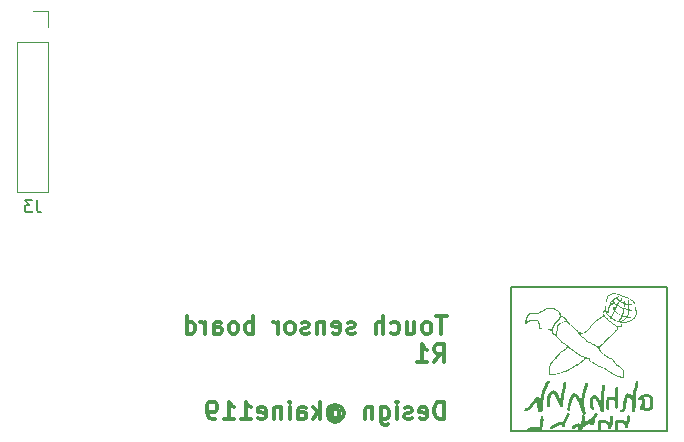
<source format=gbo>
%TF.GenerationSoftware,KiCad,Pcbnew,7.0.5*%
%TF.CreationDate,2025-04-23T02:04:11+08:00*%
%TF.ProjectId,touch-test-board,746f7563-682d-4746-9573-742d626f6172,rev?*%
%TF.SameCoordinates,Original*%
%TF.FileFunction,Legend,Bot*%
%TF.FilePolarity,Positive*%
%FSLAX46Y46*%
G04 Gerber Fmt 4.6, Leading zero omitted, Abs format (unit mm)*
G04 Created by KiCad (PCBNEW 7.0.5) date 2025-04-23 02:04:11*
%MOMM*%
%LPD*%
G01*
G04 APERTURE LIST*
%ADD10C,0.150000*%
%ADD11C,0.300000*%
%ADD12C,0.120000*%
%ADD13R,1.700000X1.700000*%
%ADD14O,1.700000X1.700000*%
G04 APERTURE END LIST*
D10*
X146375611Y-97411000D02*
X159583611Y-97411000D01*
X159583611Y-109603000D01*
X146375611Y-109603000D01*
X146375611Y-97411000D01*
D11*
X140955385Y-99896828D02*
X140098243Y-99896828D01*
X140526814Y-101396828D02*
X140526814Y-99896828D01*
X139383957Y-101396828D02*
X139526814Y-101325400D01*
X139526814Y-101325400D02*
X139598243Y-101253971D01*
X139598243Y-101253971D02*
X139669671Y-101111114D01*
X139669671Y-101111114D02*
X139669671Y-100682542D01*
X139669671Y-100682542D02*
X139598243Y-100539685D01*
X139598243Y-100539685D02*
X139526814Y-100468257D01*
X139526814Y-100468257D02*
X139383957Y-100396828D01*
X139383957Y-100396828D02*
X139169671Y-100396828D01*
X139169671Y-100396828D02*
X139026814Y-100468257D01*
X139026814Y-100468257D02*
X138955386Y-100539685D01*
X138955386Y-100539685D02*
X138883957Y-100682542D01*
X138883957Y-100682542D02*
X138883957Y-101111114D01*
X138883957Y-101111114D02*
X138955386Y-101253971D01*
X138955386Y-101253971D02*
X139026814Y-101325400D01*
X139026814Y-101325400D02*
X139169671Y-101396828D01*
X139169671Y-101396828D02*
X139383957Y-101396828D01*
X137598243Y-100396828D02*
X137598243Y-101396828D01*
X138241100Y-100396828D02*
X138241100Y-101182542D01*
X138241100Y-101182542D02*
X138169671Y-101325400D01*
X138169671Y-101325400D02*
X138026814Y-101396828D01*
X138026814Y-101396828D02*
X137812528Y-101396828D01*
X137812528Y-101396828D02*
X137669671Y-101325400D01*
X137669671Y-101325400D02*
X137598243Y-101253971D01*
X136241100Y-101325400D02*
X136383957Y-101396828D01*
X136383957Y-101396828D02*
X136669671Y-101396828D01*
X136669671Y-101396828D02*
X136812528Y-101325400D01*
X136812528Y-101325400D02*
X136883957Y-101253971D01*
X136883957Y-101253971D02*
X136955385Y-101111114D01*
X136955385Y-101111114D02*
X136955385Y-100682542D01*
X136955385Y-100682542D02*
X136883957Y-100539685D01*
X136883957Y-100539685D02*
X136812528Y-100468257D01*
X136812528Y-100468257D02*
X136669671Y-100396828D01*
X136669671Y-100396828D02*
X136383957Y-100396828D01*
X136383957Y-100396828D02*
X136241100Y-100468257D01*
X135598243Y-101396828D02*
X135598243Y-99896828D01*
X134955386Y-101396828D02*
X134955386Y-100611114D01*
X134955386Y-100611114D02*
X135026814Y-100468257D01*
X135026814Y-100468257D02*
X135169671Y-100396828D01*
X135169671Y-100396828D02*
X135383957Y-100396828D01*
X135383957Y-100396828D02*
X135526814Y-100468257D01*
X135526814Y-100468257D02*
X135598243Y-100539685D01*
X133169671Y-101325400D02*
X133026814Y-101396828D01*
X133026814Y-101396828D02*
X132741100Y-101396828D01*
X132741100Y-101396828D02*
X132598243Y-101325400D01*
X132598243Y-101325400D02*
X132526814Y-101182542D01*
X132526814Y-101182542D02*
X132526814Y-101111114D01*
X132526814Y-101111114D02*
X132598243Y-100968257D01*
X132598243Y-100968257D02*
X132741100Y-100896828D01*
X132741100Y-100896828D02*
X132955386Y-100896828D01*
X132955386Y-100896828D02*
X133098243Y-100825400D01*
X133098243Y-100825400D02*
X133169671Y-100682542D01*
X133169671Y-100682542D02*
X133169671Y-100611114D01*
X133169671Y-100611114D02*
X133098243Y-100468257D01*
X133098243Y-100468257D02*
X132955386Y-100396828D01*
X132955386Y-100396828D02*
X132741100Y-100396828D01*
X132741100Y-100396828D02*
X132598243Y-100468257D01*
X131312528Y-101325400D02*
X131455385Y-101396828D01*
X131455385Y-101396828D02*
X131741100Y-101396828D01*
X131741100Y-101396828D02*
X131883957Y-101325400D01*
X131883957Y-101325400D02*
X131955385Y-101182542D01*
X131955385Y-101182542D02*
X131955385Y-100611114D01*
X131955385Y-100611114D02*
X131883957Y-100468257D01*
X131883957Y-100468257D02*
X131741100Y-100396828D01*
X131741100Y-100396828D02*
X131455385Y-100396828D01*
X131455385Y-100396828D02*
X131312528Y-100468257D01*
X131312528Y-100468257D02*
X131241100Y-100611114D01*
X131241100Y-100611114D02*
X131241100Y-100753971D01*
X131241100Y-100753971D02*
X131955385Y-100896828D01*
X130598243Y-100396828D02*
X130598243Y-101396828D01*
X130598243Y-100539685D02*
X130526814Y-100468257D01*
X130526814Y-100468257D02*
X130383957Y-100396828D01*
X130383957Y-100396828D02*
X130169671Y-100396828D01*
X130169671Y-100396828D02*
X130026814Y-100468257D01*
X130026814Y-100468257D02*
X129955386Y-100611114D01*
X129955386Y-100611114D02*
X129955386Y-101396828D01*
X129312528Y-101325400D02*
X129169671Y-101396828D01*
X129169671Y-101396828D02*
X128883957Y-101396828D01*
X128883957Y-101396828D02*
X128741100Y-101325400D01*
X128741100Y-101325400D02*
X128669671Y-101182542D01*
X128669671Y-101182542D02*
X128669671Y-101111114D01*
X128669671Y-101111114D02*
X128741100Y-100968257D01*
X128741100Y-100968257D02*
X128883957Y-100896828D01*
X128883957Y-100896828D02*
X129098243Y-100896828D01*
X129098243Y-100896828D02*
X129241100Y-100825400D01*
X129241100Y-100825400D02*
X129312528Y-100682542D01*
X129312528Y-100682542D02*
X129312528Y-100611114D01*
X129312528Y-100611114D02*
X129241100Y-100468257D01*
X129241100Y-100468257D02*
X129098243Y-100396828D01*
X129098243Y-100396828D02*
X128883957Y-100396828D01*
X128883957Y-100396828D02*
X128741100Y-100468257D01*
X127812528Y-101396828D02*
X127955385Y-101325400D01*
X127955385Y-101325400D02*
X128026814Y-101253971D01*
X128026814Y-101253971D02*
X128098242Y-101111114D01*
X128098242Y-101111114D02*
X128098242Y-100682542D01*
X128098242Y-100682542D02*
X128026814Y-100539685D01*
X128026814Y-100539685D02*
X127955385Y-100468257D01*
X127955385Y-100468257D02*
X127812528Y-100396828D01*
X127812528Y-100396828D02*
X127598242Y-100396828D01*
X127598242Y-100396828D02*
X127455385Y-100468257D01*
X127455385Y-100468257D02*
X127383957Y-100539685D01*
X127383957Y-100539685D02*
X127312528Y-100682542D01*
X127312528Y-100682542D02*
X127312528Y-101111114D01*
X127312528Y-101111114D02*
X127383957Y-101253971D01*
X127383957Y-101253971D02*
X127455385Y-101325400D01*
X127455385Y-101325400D02*
X127598242Y-101396828D01*
X127598242Y-101396828D02*
X127812528Y-101396828D01*
X126669671Y-101396828D02*
X126669671Y-100396828D01*
X126669671Y-100682542D02*
X126598242Y-100539685D01*
X126598242Y-100539685D02*
X126526814Y-100468257D01*
X126526814Y-100468257D02*
X126383956Y-100396828D01*
X126383956Y-100396828D02*
X126241099Y-100396828D01*
X124598243Y-101396828D02*
X124598243Y-99896828D01*
X124598243Y-100468257D02*
X124455386Y-100396828D01*
X124455386Y-100396828D02*
X124169671Y-100396828D01*
X124169671Y-100396828D02*
X124026814Y-100468257D01*
X124026814Y-100468257D02*
X123955386Y-100539685D01*
X123955386Y-100539685D02*
X123883957Y-100682542D01*
X123883957Y-100682542D02*
X123883957Y-101111114D01*
X123883957Y-101111114D02*
X123955386Y-101253971D01*
X123955386Y-101253971D02*
X124026814Y-101325400D01*
X124026814Y-101325400D02*
X124169671Y-101396828D01*
X124169671Y-101396828D02*
X124455386Y-101396828D01*
X124455386Y-101396828D02*
X124598243Y-101325400D01*
X123026814Y-101396828D02*
X123169671Y-101325400D01*
X123169671Y-101325400D02*
X123241100Y-101253971D01*
X123241100Y-101253971D02*
X123312528Y-101111114D01*
X123312528Y-101111114D02*
X123312528Y-100682542D01*
X123312528Y-100682542D02*
X123241100Y-100539685D01*
X123241100Y-100539685D02*
X123169671Y-100468257D01*
X123169671Y-100468257D02*
X123026814Y-100396828D01*
X123026814Y-100396828D02*
X122812528Y-100396828D01*
X122812528Y-100396828D02*
X122669671Y-100468257D01*
X122669671Y-100468257D02*
X122598243Y-100539685D01*
X122598243Y-100539685D02*
X122526814Y-100682542D01*
X122526814Y-100682542D02*
X122526814Y-101111114D01*
X122526814Y-101111114D02*
X122598243Y-101253971D01*
X122598243Y-101253971D02*
X122669671Y-101325400D01*
X122669671Y-101325400D02*
X122812528Y-101396828D01*
X122812528Y-101396828D02*
X123026814Y-101396828D01*
X121241100Y-101396828D02*
X121241100Y-100611114D01*
X121241100Y-100611114D02*
X121312528Y-100468257D01*
X121312528Y-100468257D02*
X121455385Y-100396828D01*
X121455385Y-100396828D02*
X121741100Y-100396828D01*
X121741100Y-100396828D02*
X121883957Y-100468257D01*
X121241100Y-101325400D02*
X121383957Y-101396828D01*
X121383957Y-101396828D02*
X121741100Y-101396828D01*
X121741100Y-101396828D02*
X121883957Y-101325400D01*
X121883957Y-101325400D02*
X121955385Y-101182542D01*
X121955385Y-101182542D02*
X121955385Y-101039685D01*
X121955385Y-101039685D02*
X121883957Y-100896828D01*
X121883957Y-100896828D02*
X121741100Y-100825400D01*
X121741100Y-100825400D02*
X121383957Y-100825400D01*
X121383957Y-100825400D02*
X121241100Y-100753971D01*
X120526814Y-101396828D02*
X120526814Y-100396828D01*
X120526814Y-100682542D02*
X120455385Y-100539685D01*
X120455385Y-100539685D02*
X120383957Y-100468257D01*
X120383957Y-100468257D02*
X120241099Y-100396828D01*
X120241099Y-100396828D02*
X120098242Y-100396828D01*
X118955386Y-101396828D02*
X118955386Y-99896828D01*
X118955386Y-101325400D02*
X119098243Y-101396828D01*
X119098243Y-101396828D02*
X119383957Y-101396828D01*
X119383957Y-101396828D02*
X119526814Y-101325400D01*
X119526814Y-101325400D02*
X119598243Y-101253971D01*
X119598243Y-101253971D02*
X119669671Y-101111114D01*
X119669671Y-101111114D02*
X119669671Y-100682542D01*
X119669671Y-100682542D02*
X119598243Y-100539685D01*
X119598243Y-100539685D02*
X119526814Y-100468257D01*
X119526814Y-100468257D02*
X119383957Y-100396828D01*
X119383957Y-100396828D02*
X119098243Y-100396828D01*
X119098243Y-100396828D02*
X118955386Y-100468257D01*
X139883957Y-103811828D02*
X140383957Y-103097542D01*
X140741100Y-103811828D02*
X140741100Y-102311828D01*
X140741100Y-102311828D02*
X140169671Y-102311828D01*
X140169671Y-102311828D02*
X140026814Y-102383257D01*
X140026814Y-102383257D02*
X139955385Y-102454685D01*
X139955385Y-102454685D02*
X139883957Y-102597542D01*
X139883957Y-102597542D02*
X139883957Y-102811828D01*
X139883957Y-102811828D02*
X139955385Y-102954685D01*
X139955385Y-102954685D02*
X140026814Y-103026114D01*
X140026814Y-103026114D02*
X140169671Y-103097542D01*
X140169671Y-103097542D02*
X140741100Y-103097542D01*
X138455385Y-103811828D02*
X139312528Y-103811828D01*
X138883957Y-103811828D02*
X138883957Y-102311828D01*
X138883957Y-102311828D02*
X139026814Y-102526114D01*
X139026814Y-102526114D02*
X139169671Y-102668971D01*
X139169671Y-102668971D02*
X139312528Y-102740400D01*
X140741100Y-108641828D02*
X140741100Y-107141828D01*
X140741100Y-107141828D02*
X140383957Y-107141828D01*
X140383957Y-107141828D02*
X140169671Y-107213257D01*
X140169671Y-107213257D02*
X140026814Y-107356114D01*
X140026814Y-107356114D02*
X139955385Y-107498971D01*
X139955385Y-107498971D02*
X139883957Y-107784685D01*
X139883957Y-107784685D02*
X139883957Y-107998971D01*
X139883957Y-107998971D02*
X139955385Y-108284685D01*
X139955385Y-108284685D02*
X140026814Y-108427542D01*
X140026814Y-108427542D02*
X140169671Y-108570400D01*
X140169671Y-108570400D02*
X140383957Y-108641828D01*
X140383957Y-108641828D02*
X140741100Y-108641828D01*
X138669671Y-108570400D02*
X138812528Y-108641828D01*
X138812528Y-108641828D02*
X139098243Y-108641828D01*
X139098243Y-108641828D02*
X139241100Y-108570400D01*
X139241100Y-108570400D02*
X139312528Y-108427542D01*
X139312528Y-108427542D02*
X139312528Y-107856114D01*
X139312528Y-107856114D02*
X139241100Y-107713257D01*
X139241100Y-107713257D02*
X139098243Y-107641828D01*
X139098243Y-107641828D02*
X138812528Y-107641828D01*
X138812528Y-107641828D02*
X138669671Y-107713257D01*
X138669671Y-107713257D02*
X138598243Y-107856114D01*
X138598243Y-107856114D02*
X138598243Y-107998971D01*
X138598243Y-107998971D02*
X139312528Y-108141828D01*
X138026814Y-108570400D02*
X137883957Y-108641828D01*
X137883957Y-108641828D02*
X137598243Y-108641828D01*
X137598243Y-108641828D02*
X137455386Y-108570400D01*
X137455386Y-108570400D02*
X137383957Y-108427542D01*
X137383957Y-108427542D02*
X137383957Y-108356114D01*
X137383957Y-108356114D02*
X137455386Y-108213257D01*
X137455386Y-108213257D02*
X137598243Y-108141828D01*
X137598243Y-108141828D02*
X137812529Y-108141828D01*
X137812529Y-108141828D02*
X137955386Y-108070400D01*
X137955386Y-108070400D02*
X138026814Y-107927542D01*
X138026814Y-107927542D02*
X138026814Y-107856114D01*
X138026814Y-107856114D02*
X137955386Y-107713257D01*
X137955386Y-107713257D02*
X137812529Y-107641828D01*
X137812529Y-107641828D02*
X137598243Y-107641828D01*
X137598243Y-107641828D02*
X137455386Y-107713257D01*
X136741100Y-108641828D02*
X136741100Y-107641828D01*
X136741100Y-107141828D02*
X136812528Y-107213257D01*
X136812528Y-107213257D02*
X136741100Y-107284685D01*
X136741100Y-107284685D02*
X136669671Y-107213257D01*
X136669671Y-107213257D02*
X136741100Y-107141828D01*
X136741100Y-107141828D02*
X136741100Y-107284685D01*
X135383957Y-107641828D02*
X135383957Y-108856114D01*
X135383957Y-108856114D02*
X135455385Y-108998971D01*
X135455385Y-108998971D02*
X135526814Y-109070400D01*
X135526814Y-109070400D02*
X135669671Y-109141828D01*
X135669671Y-109141828D02*
X135883957Y-109141828D01*
X135883957Y-109141828D02*
X136026814Y-109070400D01*
X135383957Y-108570400D02*
X135526814Y-108641828D01*
X135526814Y-108641828D02*
X135812528Y-108641828D01*
X135812528Y-108641828D02*
X135955385Y-108570400D01*
X135955385Y-108570400D02*
X136026814Y-108498971D01*
X136026814Y-108498971D02*
X136098242Y-108356114D01*
X136098242Y-108356114D02*
X136098242Y-107927542D01*
X136098242Y-107927542D02*
X136026814Y-107784685D01*
X136026814Y-107784685D02*
X135955385Y-107713257D01*
X135955385Y-107713257D02*
X135812528Y-107641828D01*
X135812528Y-107641828D02*
X135526814Y-107641828D01*
X135526814Y-107641828D02*
X135383957Y-107713257D01*
X134669671Y-107641828D02*
X134669671Y-108641828D01*
X134669671Y-107784685D02*
X134598242Y-107713257D01*
X134598242Y-107713257D02*
X134455385Y-107641828D01*
X134455385Y-107641828D02*
X134241099Y-107641828D01*
X134241099Y-107641828D02*
X134098242Y-107713257D01*
X134098242Y-107713257D02*
X134026814Y-107856114D01*
X134026814Y-107856114D02*
X134026814Y-108641828D01*
X131241099Y-107927542D02*
X131312528Y-107856114D01*
X131312528Y-107856114D02*
X131455385Y-107784685D01*
X131455385Y-107784685D02*
X131598242Y-107784685D01*
X131598242Y-107784685D02*
X131741099Y-107856114D01*
X131741099Y-107856114D02*
X131812528Y-107927542D01*
X131812528Y-107927542D02*
X131883956Y-108070400D01*
X131883956Y-108070400D02*
X131883956Y-108213257D01*
X131883956Y-108213257D02*
X131812528Y-108356114D01*
X131812528Y-108356114D02*
X131741099Y-108427542D01*
X131741099Y-108427542D02*
X131598242Y-108498971D01*
X131598242Y-108498971D02*
X131455385Y-108498971D01*
X131455385Y-108498971D02*
X131312528Y-108427542D01*
X131312528Y-108427542D02*
X131241099Y-108356114D01*
X131241099Y-107784685D02*
X131241099Y-108356114D01*
X131241099Y-108356114D02*
X131169671Y-108427542D01*
X131169671Y-108427542D02*
X131098242Y-108427542D01*
X131098242Y-108427542D02*
X130955385Y-108356114D01*
X130955385Y-108356114D02*
X130883956Y-108213257D01*
X130883956Y-108213257D02*
X130883956Y-107856114D01*
X130883956Y-107856114D02*
X131026814Y-107641828D01*
X131026814Y-107641828D02*
X131241099Y-107498971D01*
X131241099Y-107498971D02*
X131526814Y-107427542D01*
X131526814Y-107427542D02*
X131812528Y-107498971D01*
X131812528Y-107498971D02*
X132026814Y-107641828D01*
X132026814Y-107641828D02*
X132169671Y-107856114D01*
X132169671Y-107856114D02*
X132241099Y-108141828D01*
X132241099Y-108141828D02*
X132169671Y-108427542D01*
X132169671Y-108427542D02*
X132026814Y-108641828D01*
X132026814Y-108641828D02*
X131812528Y-108784685D01*
X131812528Y-108784685D02*
X131526814Y-108856114D01*
X131526814Y-108856114D02*
X131241099Y-108784685D01*
X131241099Y-108784685D02*
X131026814Y-108641828D01*
X130241100Y-108641828D02*
X130241100Y-107141828D01*
X130098243Y-108070400D02*
X129669671Y-108641828D01*
X129669671Y-107641828D02*
X130241100Y-108213257D01*
X128383957Y-108641828D02*
X128383957Y-107856114D01*
X128383957Y-107856114D02*
X128455385Y-107713257D01*
X128455385Y-107713257D02*
X128598242Y-107641828D01*
X128598242Y-107641828D02*
X128883957Y-107641828D01*
X128883957Y-107641828D02*
X129026814Y-107713257D01*
X128383957Y-108570400D02*
X128526814Y-108641828D01*
X128526814Y-108641828D02*
X128883957Y-108641828D01*
X128883957Y-108641828D02*
X129026814Y-108570400D01*
X129026814Y-108570400D02*
X129098242Y-108427542D01*
X129098242Y-108427542D02*
X129098242Y-108284685D01*
X129098242Y-108284685D02*
X129026814Y-108141828D01*
X129026814Y-108141828D02*
X128883957Y-108070400D01*
X128883957Y-108070400D02*
X128526814Y-108070400D01*
X128526814Y-108070400D02*
X128383957Y-107998971D01*
X127669671Y-108641828D02*
X127669671Y-107641828D01*
X127669671Y-107141828D02*
X127741099Y-107213257D01*
X127741099Y-107213257D02*
X127669671Y-107284685D01*
X127669671Y-107284685D02*
X127598242Y-107213257D01*
X127598242Y-107213257D02*
X127669671Y-107141828D01*
X127669671Y-107141828D02*
X127669671Y-107284685D01*
X126955385Y-107641828D02*
X126955385Y-108641828D01*
X126955385Y-107784685D02*
X126883956Y-107713257D01*
X126883956Y-107713257D02*
X126741099Y-107641828D01*
X126741099Y-107641828D02*
X126526813Y-107641828D01*
X126526813Y-107641828D02*
X126383956Y-107713257D01*
X126383956Y-107713257D02*
X126312528Y-107856114D01*
X126312528Y-107856114D02*
X126312528Y-108641828D01*
X125026813Y-108570400D02*
X125169670Y-108641828D01*
X125169670Y-108641828D02*
X125455385Y-108641828D01*
X125455385Y-108641828D02*
X125598242Y-108570400D01*
X125598242Y-108570400D02*
X125669670Y-108427542D01*
X125669670Y-108427542D02*
X125669670Y-107856114D01*
X125669670Y-107856114D02*
X125598242Y-107713257D01*
X125598242Y-107713257D02*
X125455385Y-107641828D01*
X125455385Y-107641828D02*
X125169670Y-107641828D01*
X125169670Y-107641828D02*
X125026813Y-107713257D01*
X125026813Y-107713257D02*
X124955385Y-107856114D01*
X124955385Y-107856114D02*
X124955385Y-107998971D01*
X124955385Y-107998971D02*
X125669670Y-108141828D01*
X123526813Y-108641828D02*
X124383956Y-108641828D01*
X123955385Y-108641828D02*
X123955385Y-107141828D01*
X123955385Y-107141828D02*
X124098242Y-107356114D01*
X124098242Y-107356114D02*
X124241099Y-107498971D01*
X124241099Y-107498971D02*
X124383956Y-107570400D01*
X122098242Y-108641828D02*
X122955385Y-108641828D01*
X122526814Y-108641828D02*
X122526814Y-107141828D01*
X122526814Y-107141828D02*
X122669671Y-107356114D01*
X122669671Y-107356114D02*
X122812528Y-107498971D01*
X122812528Y-107498971D02*
X122955385Y-107570400D01*
X121383957Y-108641828D02*
X121098243Y-108641828D01*
X121098243Y-108641828D02*
X120955386Y-108570400D01*
X120955386Y-108570400D02*
X120883957Y-108498971D01*
X120883957Y-108498971D02*
X120741100Y-108284685D01*
X120741100Y-108284685D02*
X120669671Y-107998971D01*
X120669671Y-107998971D02*
X120669671Y-107427542D01*
X120669671Y-107427542D02*
X120741100Y-107284685D01*
X120741100Y-107284685D02*
X120812529Y-107213257D01*
X120812529Y-107213257D02*
X120955386Y-107141828D01*
X120955386Y-107141828D02*
X121241100Y-107141828D01*
X121241100Y-107141828D02*
X121383957Y-107213257D01*
X121383957Y-107213257D02*
X121455386Y-107284685D01*
X121455386Y-107284685D02*
X121526814Y-107427542D01*
X121526814Y-107427542D02*
X121526814Y-107784685D01*
X121526814Y-107784685D02*
X121455386Y-107927542D01*
X121455386Y-107927542D02*
X121383957Y-107998971D01*
X121383957Y-107998971D02*
X121241100Y-108070400D01*
X121241100Y-108070400D02*
X120955386Y-108070400D01*
X120955386Y-108070400D02*
X120812529Y-107998971D01*
X120812529Y-107998971D02*
X120741100Y-107927542D01*
X120741100Y-107927542D02*
X120669671Y-107784685D01*
D10*
%TO.C,J3*%
X106251333Y-90107819D02*
X106251333Y-90822104D01*
X106251333Y-90822104D02*
X106298952Y-90964961D01*
X106298952Y-90964961D02*
X106394190Y-91060200D01*
X106394190Y-91060200D02*
X106537047Y-91107819D01*
X106537047Y-91107819D02*
X106632285Y-91107819D01*
X105870380Y-90107819D02*
X105251333Y-90107819D01*
X105251333Y-90107819D02*
X105584666Y-90488771D01*
X105584666Y-90488771D02*
X105441809Y-90488771D01*
X105441809Y-90488771D02*
X105346571Y-90536390D01*
X105346571Y-90536390D02*
X105298952Y-90584009D01*
X105298952Y-90584009D02*
X105251333Y-90679247D01*
X105251333Y-90679247D02*
X105251333Y-90917342D01*
X105251333Y-90917342D02*
X105298952Y-91012580D01*
X105298952Y-91012580D02*
X105346571Y-91060200D01*
X105346571Y-91060200D02*
X105441809Y-91107819D01*
X105441809Y-91107819D02*
X105727523Y-91107819D01*
X105727523Y-91107819D02*
X105822761Y-91060200D01*
X105822761Y-91060200D02*
X105870380Y-91012580D01*
D12*
X107248000Y-89443000D02*
X104588000Y-89443000D01*
X107248000Y-76683000D02*
X107248000Y-89443000D01*
X107248000Y-76683000D02*
X104588000Y-76683000D01*
X107248000Y-75413000D02*
X107248000Y-74083000D01*
X107248000Y-74083000D02*
X105918000Y-74083000D01*
X104588000Y-76683000D02*
X104588000Y-89443000D01*
%TO.C,G\u002A\u002A\u002A*%
G36*
X149044602Y-108342400D02*
G01*
X149102123Y-108363978D01*
X149140309Y-108402066D01*
X149141044Y-108403593D01*
X149153275Y-108453373D01*
X149161714Y-108534548D01*
X149166289Y-108636636D01*
X149166932Y-108749156D01*
X149163573Y-108861626D01*
X149156143Y-108963565D01*
X149144572Y-109044491D01*
X149136463Y-109084047D01*
X149113598Y-109192407D01*
X149095243Y-109271609D01*
X149078790Y-109331416D01*
X149061636Y-109381589D01*
X149041173Y-109431892D01*
X148999115Y-109530010D01*
X148343563Y-109529362D01*
X147688011Y-109528715D01*
X147773175Y-109486590D01*
X147786413Y-109479976D01*
X147895220Y-109420779D01*
X147990425Y-109360872D01*
X148059004Y-109308373D01*
X148115719Y-109278728D01*
X148204161Y-109269390D01*
X148227143Y-109269982D01*
X148313560Y-109275747D01*
X148422060Y-109286269D01*
X148538018Y-109299881D01*
X148646808Y-109314918D01*
X148733803Y-109329714D01*
X148778342Y-109334570D01*
X148804770Y-109318748D01*
X148825987Y-109271677D01*
X148830386Y-109259176D01*
X148858828Y-109155422D01*
X148880258Y-109028360D01*
X148895527Y-108871643D01*
X148905486Y-108678924D01*
X148906381Y-108655764D01*
X148912362Y-108549250D01*
X148920365Y-108459307D01*
X148929474Y-108394603D01*
X148938774Y-108363807D01*
X148940478Y-108361859D01*
X148984977Y-108340604D01*
X149044602Y-108342400D01*
G37*
G36*
X154919706Y-108342064D02*
G01*
X154955905Y-108348839D01*
X154992689Y-108369928D01*
X155017858Y-108410112D01*
X155033415Y-108475223D01*
X155041358Y-108571096D01*
X155043691Y-108703564D01*
X155042986Y-108762283D01*
X155032076Y-108924782D01*
X155008987Y-109064478D01*
X154975015Y-109175050D01*
X154931458Y-109250176D01*
X154927506Y-109255267D01*
X154904294Y-109304205D01*
X154888234Y-109367378D01*
X154884234Y-109390522D01*
X154860669Y-109461006D01*
X154820755Y-109498284D01*
X154758229Y-109509191D01*
X154732995Y-109508302D01*
X154685676Y-109495964D01*
X154657089Y-109463334D01*
X154642898Y-109403110D01*
X154638770Y-109307993D01*
X154634799Y-109219415D01*
X154618229Y-109148505D01*
X154582092Y-109094700D01*
X154519398Y-109047955D01*
X154423156Y-108998226D01*
X154356645Y-108969386D01*
X154262464Y-108942234D01*
X154165756Y-108934355D01*
X154043334Y-108934338D01*
X154043334Y-109232410D01*
X154043334Y-109530482D01*
X153914245Y-109530482D01*
X153785156Y-109530482D01*
X153791822Y-109147954D01*
X153793039Y-109072578D01*
X153795830Y-108939772D01*
X153802009Y-108841766D01*
X153815392Y-108773289D01*
X153839795Y-108729075D01*
X153879032Y-108703857D01*
X153936920Y-108692365D01*
X154017275Y-108689333D01*
X154123913Y-108689493D01*
X154221634Y-108689823D01*
X154301313Y-108692492D01*
X154362175Y-108700044D01*
X154416749Y-108715023D01*
X154477566Y-108739973D01*
X154557156Y-108777435D01*
X154601198Y-108799321D01*
X154677826Y-108841592D01*
X154735446Y-108878929D01*
X154764094Y-108905180D01*
X154770765Y-108912459D01*
X154778587Y-108900976D01*
X154783788Y-108858572D01*
X154786753Y-108781368D01*
X154787867Y-108665487D01*
X154788096Y-108615254D01*
X154790581Y-108502769D01*
X154797662Y-108424874D01*
X154811728Y-108375713D01*
X154835166Y-108349428D01*
X154870363Y-108340164D01*
X154919706Y-108342064D01*
G37*
G36*
X156388775Y-108299482D02*
G01*
X156394588Y-108300109D01*
X156444997Y-108314444D01*
X156479330Y-108347213D01*
X156499815Y-108404302D01*
X156508678Y-108491594D01*
X156508146Y-108614975D01*
X156504407Y-108707835D01*
X156497854Y-108775128D01*
X156485451Y-108824047D01*
X156464001Y-108866970D01*
X156430304Y-108916277D01*
X156403050Y-108956418D01*
X156373213Y-109015451D01*
X156355078Y-109083276D01*
X156342982Y-109176788D01*
X156336011Y-109237908D01*
X156319656Y-109320260D01*
X156295053Y-109370631D01*
X156258016Y-109395848D01*
X156204356Y-109402737D01*
X156169420Y-109400593D01*
X156124182Y-109382202D01*
X156097294Y-109338047D01*
X156081619Y-109259817D01*
X156074249Y-109216393D01*
X156040248Y-109112198D01*
X155989422Y-109028977D01*
X155927575Y-108977374D01*
X155920365Y-108974201D01*
X155860831Y-108958348D01*
X155775221Y-108945552D01*
X155677408Y-108937996D01*
X155491113Y-108930101D01*
X155491113Y-109196614D01*
X155491110Y-109202340D01*
X155490014Y-109306680D01*
X155487224Y-109396851D01*
X155483147Y-109463382D01*
X155478189Y-109496805D01*
X155465024Y-109513408D01*
X155424515Y-109526584D01*
X155350444Y-109530482D01*
X155235622Y-109530482D01*
X155235622Y-109159342D01*
X155235622Y-108788202D01*
X155304710Y-108739007D01*
X155329228Y-108723063D01*
X155368905Y-108705386D01*
X155420413Y-108693980D01*
X155494001Y-108686868D01*
X155599921Y-108682073D01*
X155645480Y-108680703D01*
X155746445Y-108680340D01*
X155824918Y-108686162D01*
X155895456Y-108699754D01*
X155972619Y-108722706D01*
X155976562Y-108724012D01*
X156052795Y-108751031D01*
X156114357Y-108775929D01*
X156148247Y-108793468D01*
X156152735Y-108796625D01*
X156182011Y-108799087D01*
X156217442Y-108766285D01*
X156235837Y-108737231D01*
X156249105Y-108693196D01*
X156255760Y-108627629D01*
X156257584Y-108530060D01*
X156257588Y-108524639D01*
X156260539Y-108421180D01*
X156271468Y-108353377D01*
X156294041Y-108314787D01*
X156331921Y-108298970D01*
X156388775Y-108299482D01*
G37*
G36*
X155366814Y-105914906D02*
G01*
X155369107Y-105915129D01*
X155398836Y-105919190D01*
X155423267Y-105927515D01*
X155442919Y-105943935D01*
X155458312Y-105972282D01*
X155469967Y-106016388D01*
X155478402Y-106080084D01*
X155484138Y-106167204D01*
X155487694Y-106281577D01*
X155489591Y-106427037D01*
X155490348Y-106607415D01*
X155490485Y-106826543D01*
X155490485Y-106843224D01*
X155490321Y-107059514D01*
X155489502Y-107237323D01*
X155487506Y-107380482D01*
X155483814Y-107492823D01*
X155477906Y-107578178D01*
X155469262Y-107640378D01*
X155457363Y-107683257D01*
X155441688Y-107710644D01*
X155421718Y-107726372D01*
X155396933Y-107734274D01*
X155366814Y-107738180D01*
X155334749Y-107740400D01*
X155295402Y-107736593D01*
X155268079Y-107718802D01*
X155250604Y-107681310D01*
X155240796Y-107618402D01*
X155236480Y-107524359D01*
X155235477Y-107393466D01*
X155235331Y-107092678D01*
X155164964Y-107044774D01*
X155127931Y-107022954D01*
X155079882Y-107006753D01*
X155015433Y-106998913D01*
X154921555Y-106996870D01*
X154748513Y-106996870D01*
X154741900Y-107398187D01*
X154741305Y-107432302D01*
X154737713Y-107577405D01*
X154732775Y-107685534D01*
X154726110Y-107761345D01*
X154717334Y-107809497D01*
X154706066Y-107834650D01*
X154682466Y-107852286D01*
X154624811Y-107867748D01*
X154562226Y-107865426D01*
X154515991Y-107844246D01*
X154514022Y-107841747D01*
X154505103Y-107811978D01*
X154498456Y-107751990D01*
X154493918Y-107658699D01*
X154491327Y-107529023D01*
X154490522Y-107359879D01*
X154490537Y-107326078D01*
X154491008Y-107180581D01*
X154492490Y-107070321D01*
X154495463Y-106989177D01*
X154500408Y-106931029D01*
X154507807Y-106889756D01*
X154518139Y-106859238D01*
X154531886Y-106833352D01*
X154559592Y-106798369D01*
X154600288Y-106771315D01*
X154658611Y-106753586D01*
X154740734Y-106744014D01*
X154852834Y-106741432D01*
X155001085Y-106744673D01*
X155235622Y-106752701D01*
X155235622Y-106355766D01*
X155235840Y-106240996D01*
X155237603Y-106119435D01*
X155242455Y-106031469D01*
X155251932Y-105971935D01*
X155267570Y-105935674D01*
X155290906Y-105917523D01*
X155323476Y-105912320D01*
X155366814Y-105914906D01*
G37*
G36*
X151320277Y-108115027D02*
G01*
X151366062Y-108154212D01*
X151381976Y-108223179D01*
X151380664Y-108239107D01*
X151361397Y-108308138D01*
X151321823Y-108402351D01*
X151265402Y-108514694D01*
X151195596Y-108638113D01*
X151115864Y-108765554D01*
X151096617Y-108794936D01*
X151042758Y-108879729D01*
X151007997Y-108941888D01*
X150988216Y-108990987D01*
X150979301Y-109036602D01*
X150977136Y-109088308D01*
X150973343Y-109163064D01*
X150953271Y-109244803D01*
X150913952Y-109293662D01*
X150853151Y-109313704D01*
X150811115Y-109314724D01*
X150758466Y-109297029D01*
X150730306Y-109249907D01*
X150721959Y-109168173D01*
X150721959Y-109066568D01*
X150652764Y-109082219D01*
X150603166Y-109098775D01*
X150531689Y-109129319D01*
X150448837Y-109168613D01*
X150364697Y-109211513D01*
X150289354Y-109252873D01*
X150232892Y-109287551D01*
X150205399Y-109310402D01*
X150181416Y-109333383D01*
X150128870Y-109365470D01*
X150069216Y-109391934D01*
X150021412Y-109403210D01*
X149982289Y-109415527D01*
X149934197Y-109445319D01*
X149906964Y-109462457D01*
X149840008Y-109483716D01*
X149773751Y-109484153D01*
X149725547Y-109462351D01*
X149718170Y-109452818D01*
X149702497Y-109400642D01*
X149703247Y-109334861D01*
X149720920Y-109275680D01*
X149724174Y-109270786D01*
X149759860Y-109239459D01*
X149818159Y-109201508D01*
X149885098Y-109164738D01*
X149946702Y-109136952D01*
X149988998Y-109125956D01*
X150007359Y-109120488D01*
X150041526Y-109092966D01*
X150055045Y-109080454D01*
X150103590Y-109048771D01*
X150166556Y-109016986D01*
X150210689Y-108996954D01*
X150297534Y-108955616D01*
X150381305Y-108913875D01*
X150460486Y-108876087D01*
X150551042Y-108844765D01*
X150622023Y-108838699D01*
X150680932Y-108856451D01*
X150698153Y-108865087D01*
X150722989Y-108870967D01*
X150745701Y-108858679D01*
X150774436Y-108822190D01*
X150817344Y-108755471D01*
X150862043Y-108685038D01*
X150913376Y-108605450D01*
X150954180Y-108543522D01*
X150963144Y-108529692D01*
X151002248Y-108463270D01*
X151048792Y-108377726D01*
X151094549Y-108288032D01*
X151130663Y-108215938D01*
X151162486Y-108160013D01*
X151188998Y-108128473D01*
X151216999Y-108113592D01*
X151253291Y-108107641D01*
X151320277Y-108115027D01*
G37*
G36*
X154298133Y-105747404D02*
G01*
X154337087Y-105767441D01*
X154345082Y-105777646D01*
X154363589Y-105809999D01*
X154374523Y-105850357D01*
X154377587Y-105904310D01*
X154372484Y-105977447D01*
X154358917Y-106075357D01*
X154336591Y-106203631D01*
X154305207Y-106367857D01*
X154303895Y-106374705D01*
X154294341Y-106436318D01*
X154286651Y-106511759D01*
X154280634Y-106605820D01*
X154276099Y-106723292D01*
X154272855Y-106868966D01*
X154270712Y-107047634D01*
X154269477Y-107264086D01*
X154268501Y-107461514D01*
X154266965Y-107626176D01*
X154264718Y-107756191D01*
X154261586Y-107855578D01*
X154257398Y-107928358D01*
X154251981Y-107978548D01*
X154245164Y-108010170D01*
X154236774Y-108027243D01*
X154235414Y-108028813D01*
X154192234Y-108051860D01*
X154133133Y-108057346D01*
X154076683Y-108046070D01*
X154041453Y-108018831D01*
X154032448Y-107996371D01*
X154012914Y-107938634D01*
X153987399Y-107857640D01*
X153959108Y-107763341D01*
X153935559Y-107685457D01*
X153878309Y-107512899D01*
X153817608Y-107349962D01*
X153756195Y-107202988D01*
X153696813Y-107078318D01*
X153642203Y-106982294D01*
X153595105Y-106921257D01*
X153580947Y-106907627D01*
X153533164Y-106868126D01*
X153494548Y-106853617D01*
X153450605Y-106857729D01*
X153430804Y-106863544D01*
X153385717Y-106893968D01*
X153353717Y-106948893D01*
X153333579Y-107032643D01*
X153324076Y-107149537D01*
X153323981Y-107303898D01*
X153330090Y-107557699D01*
X153391701Y-107591804D01*
X153447583Y-107636327D01*
X153474544Y-107697549D01*
X153460835Y-107765585D01*
X153445298Y-107789620D01*
X153407773Y-107812997D01*
X153342446Y-107823267D01*
X153297259Y-107824766D01*
X153253722Y-107816370D01*
X153211890Y-107790064D01*
X153156649Y-107738993D01*
X153063954Y-107648020D01*
X153063954Y-107304555D01*
X153064121Y-107186371D01*
X153065408Y-107089268D01*
X153068995Y-107018521D01*
X153076061Y-106965628D01*
X153087786Y-106922088D01*
X153105350Y-106879397D01*
X153129933Y-106829054D01*
X153139302Y-106810587D01*
X153189563Y-106725986D01*
X153242780Y-106670839D01*
X153311370Y-106635341D01*
X153407750Y-106609689D01*
X153454503Y-106601078D01*
X153537729Y-106596509D01*
X153609235Y-106614005D01*
X153681223Y-106657729D01*
X153765898Y-106731842D01*
X153841910Y-106811840D01*
X153900402Y-106896845D01*
X153949471Y-107002044D01*
X154011398Y-107156215D01*
X154022113Y-106762502D01*
X154026198Y-106640955D01*
X154031560Y-106527803D01*
X154037584Y-106435544D01*
X154043792Y-106371406D01*
X154049712Y-106342615D01*
X154056307Y-106325841D01*
X154069722Y-106266374D01*
X154085595Y-106171105D01*
X154103265Y-106044180D01*
X154122068Y-105889745D01*
X154125671Y-105863927D01*
X154139132Y-105803796D01*
X154154680Y-105767322D01*
X154184355Y-105749864D01*
X154240243Y-105741541D01*
X154298133Y-105747404D01*
G37*
G36*
X152850493Y-105556318D02*
G01*
X152890894Y-105577734D01*
X152896125Y-105584329D01*
X152916551Y-105621344D01*
X152925541Y-105667895D01*
X152922380Y-105730045D01*
X152906355Y-105813856D01*
X152876753Y-105925393D01*
X152832860Y-106070717D01*
X152821999Y-106105675D01*
X152752948Y-106339119D01*
X152699879Y-106543067D01*
X152661281Y-106725627D01*
X152635637Y-106894910D01*
X152621435Y-107059026D01*
X152617161Y-107226085D01*
X152620373Y-107386156D01*
X152631708Y-107540858D01*
X152650973Y-107656886D01*
X152683798Y-107802889D01*
X152711382Y-107958223D01*
X152723838Y-108081205D01*
X152720946Y-108169436D01*
X152702487Y-108220518D01*
X152670651Y-108242930D01*
X152610189Y-108253346D01*
X152547727Y-108241113D01*
X152502182Y-108207465D01*
X152495358Y-108195290D01*
X152473062Y-108143354D01*
X152442815Y-108063035D01*
X152407710Y-107962732D01*
X152370841Y-107850844D01*
X152360713Y-107819388D01*
X152318324Y-107691712D01*
X152274636Y-107565430D01*
X152234251Y-107453644D01*
X152201772Y-107369460D01*
X152191348Y-107343812D01*
X152158235Y-107260318D01*
X152131502Y-107189994D01*
X152116154Y-107145906D01*
X152111582Y-107133263D01*
X152082441Y-107077402D01*
X152041996Y-107018160D01*
X152010951Y-106975164D01*
X151961749Y-106899668D01*
X151915062Y-106821221D01*
X151886911Y-106772279D01*
X151847909Y-106713142D01*
X151818532Y-106686571D01*
X151793389Y-106688721D01*
X151767086Y-106715750D01*
X151731909Y-106765196D01*
X151628043Y-106951213D01*
X151546757Y-107168149D01*
X151487364Y-107418136D01*
X151449178Y-107703303D01*
X151445861Y-107735503D01*
X151433628Y-107819823D01*
X151419014Y-107885872D01*
X151404502Y-107921534D01*
X151375424Y-107941480D01*
X151316878Y-107953673D01*
X151255643Y-107947835D01*
X151212239Y-107923733D01*
X151198673Y-107886671D01*
X151191932Y-107814242D01*
X151192882Y-107717093D01*
X151200686Y-107604027D01*
X151214512Y-107483847D01*
X151233526Y-107365357D01*
X151256892Y-107257360D01*
X151283777Y-107168660D01*
X151297823Y-107128690D01*
X151325786Y-107040249D01*
X151350503Y-106952500D01*
X151352759Y-106944037D01*
X151383035Y-106857844D01*
X151430476Y-106762465D01*
X151499103Y-106650641D01*
X151592940Y-106515115D01*
X151609621Y-106493067D01*
X151666540Y-106438430D01*
X151729353Y-106413511D01*
X151758455Y-106409966D01*
X151858564Y-106423382D01*
X151956899Y-106471677D01*
X152045110Y-106549678D01*
X152114843Y-106652213D01*
X152132846Y-106685577D01*
X152184093Y-106770406D01*
X152236955Y-106847833D01*
X152264286Y-106885957D01*
X152306021Y-106949282D01*
X152333013Y-106996870D01*
X152337539Y-107006513D01*
X152351803Y-107032498D01*
X152357640Y-107023330D01*
X152359626Y-106975297D01*
X152361754Y-106944315D01*
X152374310Y-106856267D01*
X152396374Y-106739693D01*
X152426054Y-106602725D01*
X152461462Y-106453494D01*
X152500708Y-106300131D01*
X152541901Y-106150767D01*
X152583152Y-106013533D01*
X152599091Y-105962459D01*
X152631315Y-105854444D01*
X152657211Y-105761080D01*
X152674454Y-105690966D01*
X152680719Y-105652702D01*
X152686185Y-105614869D01*
X152706268Y-105574640D01*
X152733864Y-105558981D01*
X152791144Y-105549950D01*
X152850493Y-105556318D01*
G37*
G36*
X158418606Y-107726136D02*
G01*
X158312735Y-107819256D01*
X158279022Y-107847565D01*
X158203672Y-107897131D01*
X158142408Y-107913873D01*
X158088499Y-107919564D01*
X158035371Y-107933667D01*
X158010548Y-107940663D01*
X157948237Y-107949416D01*
X157873666Y-107953462D01*
X157872948Y-107953471D01*
X157796810Y-107950691D01*
X157748527Y-107937505D01*
X157713985Y-107910079D01*
X157675296Y-107870716D01*
X157613654Y-107821858D01*
X157562351Y-107797895D01*
X157529137Y-107803304D01*
X157506982Y-107816400D01*
X157451087Y-107826262D01*
X157390638Y-107821283D01*
X157347676Y-107801664D01*
X157343024Y-107796136D01*
X157326079Y-107746610D01*
X157323616Y-107677620D01*
X157334860Y-107606316D01*
X157359038Y-107549847D01*
X157390718Y-107502751D01*
X157431746Y-107427869D01*
X157456237Y-107352738D01*
X157468079Y-107263342D01*
X157471163Y-107145662D01*
X157471179Y-107136386D01*
X157474450Y-107027201D01*
X157483108Y-106952401D01*
X157496712Y-106915964D01*
X157509829Y-106901538D01*
X157513968Y-106888722D01*
X157495656Y-106894344D01*
X157463425Y-106914755D01*
X157425803Y-106946304D01*
X157374891Y-106982977D01*
X157307495Y-107001038D01*
X157247877Y-106987565D01*
X157205309Y-106945276D01*
X157189059Y-106876890D01*
X157193843Y-106844895D01*
X157199240Y-106835557D01*
X157610776Y-106835557D01*
X157663222Y-106847938D01*
X157704205Y-106864727D01*
X157736664Y-106901067D01*
X157755635Y-106961421D01*
X157762855Y-107051706D01*
X157760063Y-107177842D01*
X157757387Y-107227673D01*
X157750630Y-107331322D01*
X157743195Y-107423216D01*
X157736264Y-107487958D01*
X157731995Y-107522407D01*
X157732724Y-107570274D01*
X157752221Y-107604039D01*
X157797919Y-107642317D01*
X157849353Y-107677236D01*
X157895931Y-107693287D01*
X157952244Y-107692021D01*
X158033703Y-107675612D01*
X158063886Y-107668430D01*
X158105026Y-107655747D01*
X158134342Y-107637339D01*
X158153820Y-107607064D01*
X158165444Y-107558778D01*
X158171201Y-107486339D01*
X158173076Y-107383604D01*
X158173053Y-107244430D01*
X158172933Y-107199399D01*
X158171936Y-107076028D01*
X158169506Y-106986459D01*
X158164973Y-106923956D01*
X158157669Y-106881784D01*
X158146926Y-106853206D01*
X158132074Y-106831487D01*
X158122107Y-106820709D01*
X158064792Y-106779424D01*
X157994264Y-106748896D01*
X157925926Y-106734509D01*
X157875182Y-106741651D01*
X157835107Y-106755295D01*
X157775372Y-106762670D01*
X157722871Y-106771649D01*
X157662807Y-106799113D01*
X157610776Y-106835557D01*
X157199240Y-106835557D01*
X157222338Y-106795594D01*
X157282206Y-106736656D01*
X157323423Y-106702789D01*
X157370032Y-106669102D01*
X157396645Y-106655886D01*
X157408706Y-106652358D01*
X157450366Y-106630816D01*
X157505194Y-106596275D01*
X157549623Y-106571051D01*
X157648772Y-106531563D01*
X157767279Y-106499541D01*
X157851509Y-106482071D01*
X157912199Y-106473407D01*
X157961152Y-106474740D01*
X158013543Y-106486532D01*
X158084547Y-106509249D01*
X158109252Y-106517804D01*
X158217898Y-106568202D01*
X158295247Y-106630799D01*
X158296081Y-106631707D01*
X158339419Y-106680870D01*
X158372358Y-106726129D01*
X158396211Y-106774122D01*
X158412291Y-106831487D01*
X158421910Y-106904862D01*
X158426384Y-107000887D01*
X158427023Y-107126199D01*
X158425143Y-107287437D01*
X158423710Y-107383604D01*
X158418606Y-107726136D01*
G37*
G36*
X151010569Y-105481809D02*
G01*
X151052542Y-105523105D01*
X151076070Y-105595500D01*
X151083590Y-105703625D01*
X151079385Y-105769552D01*
X151064378Y-105875649D01*
X151040937Y-105999790D01*
X151011640Y-106129742D01*
X150979061Y-106253271D01*
X150945776Y-106358144D01*
X150922764Y-106440493D01*
X150899821Y-106570955D01*
X150880621Y-106740483D01*
X150865039Y-106950205D01*
X150852951Y-107201248D01*
X150849287Y-107288197D01*
X150841778Y-107417899D01*
X150832966Y-107510716D01*
X150822452Y-107570336D01*
X150809838Y-107600452D01*
X150769237Y-107625204D01*
X150709198Y-107635595D01*
X150697852Y-107635427D01*
X150663035Y-107630548D01*
X150633503Y-107614628D01*
X150605112Y-107581940D01*
X150573720Y-107526752D01*
X150535187Y-107443335D01*
X150485369Y-107325959D01*
X150459106Y-107265143D01*
X150413703Y-107167770D01*
X150370522Y-107083405D01*
X150336182Y-107025384D01*
X150327606Y-107012142D01*
X150289454Y-106941776D01*
X150247851Y-106851357D01*
X150210388Y-106757070D01*
X150173902Y-106666559D01*
X150127380Y-106576382D01*
X150083755Y-106518325D01*
X150022156Y-106459309D01*
X149964660Y-106504535D01*
X149960924Y-106507428D01*
X149913922Y-106537422D01*
X149878848Y-106549761D01*
X149870816Y-106550529D01*
X149848822Y-106563618D01*
X149826376Y-106598014D01*
X149799885Y-106660305D01*
X149765753Y-106757080D01*
X149762667Y-106766372D01*
X149745151Y-106827753D01*
X149733210Y-106892351D01*
X149725857Y-106970000D01*
X149722107Y-107070533D01*
X149720975Y-107203784D01*
X149720431Y-107295942D01*
X149716894Y-107417629D01*
X149708678Y-107505656D01*
X149694182Y-107565550D01*
X149671802Y-107602841D01*
X149639939Y-107623056D01*
X149596990Y-107631725D01*
X149559547Y-107634317D01*
X149525778Y-107630768D01*
X149501272Y-107615277D01*
X149484547Y-107582738D01*
X149474120Y-107528044D01*
X149468508Y-107446090D01*
X149466229Y-107331768D01*
X149465798Y-107179972D01*
X149465962Y-107101451D01*
X149467473Y-106967996D01*
X149470849Y-106869322D01*
X149476438Y-106800183D01*
X149484588Y-106755334D01*
X149495647Y-106729529D01*
X149503255Y-106717092D01*
X149528456Y-106660951D01*
X149550734Y-106593188D01*
X149559985Y-106563267D01*
X149609183Y-106461685D01*
X149676649Y-106377047D01*
X149752827Y-106322168D01*
X149758363Y-106319571D01*
X149823235Y-106285762D01*
X149889505Y-106246959D01*
X149918631Y-106231018D01*
X150001935Y-106204175D01*
X150086509Y-106198063D01*
X150159509Y-106212643D01*
X150208094Y-106247879D01*
X150213077Y-106254851D01*
X150253121Y-106307763D01*
X150298971Y-106364979D01*
X150310666Y-106380313D01*
X150354155Y-106451750D01*
X150400884Y-106545285D01*
X150444081Y-106646601D01*
X150476975Y-106741379D01*
X150478952Y-106747647D01*
X150503062Y-106804773D01*
X150536335Y-106866762D01*
X150580056Y-106938919D01*
X150607486Y-106834826D01*
X150613898Y-106807580D01*
X150629261Y-106712279D01*
X150635856Y-106621338D01*
X150636676Y-106602128D01*
X150647093Y-106521198D01*
X150666875Y-106422528D01*
X150692749Y-106323266D01*
X150693999Y-106319051D01*
X150745709Y-106137774D01*
X150783456Y-105988797D01*
X150808718Y-105864901D01*
X150822969Y-105758867D01*
X150827686Y-105663475D01*
X150828718Y-105613902D01*
X150837745Y-105534965D01*
X150859656Y-105488622D01*
X150898820Y-105468393D01*
X150959605Y-105467797D01*
X151010569Y-105481809D01*
G37*
G36*
X157102135Y-105422589D02*
G01*
X157161006Y-105444046D01*
X157196109Y-105493717D01*
X157207864Y-105573649D01*
X157196689Y-105685889D01*
X157163002Y-105832484D01*
X157148395Y-105884767D01*
X157119637Y-105981420D01*
X157092878Y-106064214D01*
X157072436Y-106119462D01*
X157063603Y-106142261D01*
X157046986Y-106201191D01*
X157032634Y-106278509D01*
X157020168Y-106378245D01*
X157009206Y-106504433D01*
X156999368Y-106661106D01*
X156990273Y-106852295D01*
X156981540Y-107082033D01*
X156978596Y-107164601D01*
X156969354Y-107392630D01*
X156959728Y-107581471D01*
X156949491Y-107733686D01*
X156938416Y-107851839D01*
X156926277Y-107938493D01*
X156912847Y-107996213D01*
X156897899Y-108027561D01*
X156866913Y-108048039D01*
X156809243Y-108060098D01*
X156749846Y-108055862D01*
X156708927Y-108034579D01*
X156701884Y-108009843D01*
X156694555Y-107945868D01*
X156688215Y-107848303D01*
X156683165Y-107721922D01*
X156679706Y-107571503D01*
X156677077Y-107426968D01*
X156673834Y-107311346D01*
X156669412Y-107224934D01*
X156663132Y-107160904D01*
X156654315Y-107112428D01*
X156642283Y-107072678D01*
X156626357Y-107034826D01*
X156594954Y-106978947D01*
X156546241Y-106909541D01*
X156489985Y-106840033D01*
X156433923Y-106779343D01*
X156385793Y-106736388D01*
X156353330Y-106720088D01*
X156350367Y-106720840D01*
X156327344Y-106745583D01*
X156295376Y-106798271D01*
X156260434Y-106869312D01*
X156245861Y-106902740D01*
X156213655Y-106991318D01*
X156197888Y-107072685D01*
X156193711Y-107168601D01*
X156191399Y-107248554D01*
X156184129Y-107338942D01*
X156173624Y-107407936D01*
X156171146Y-107419138D01*
X156156334Y-107489983D01*
X156137988Y-107581980D01*
X156119503Y-107678177D01*
X156108251Y-107735801D01*
X156090289Y-107808604D01*
X156068272Y-107861113D01*
X156035689Y-107907086D01*
X155986032Y-107960281D01*
X155941051Y-108004286D01*
X155894050Y-108040881D01*
X155850856Y-108057494D01*
X155797915Y-108061413D01*
X155784588Y-108061120D01*
X155722002Y-108051257D01*
X155683885Y-108030867D01*
X155667367Y-107997110D01*
X155664384Y-107935324D01*
X155683051Y-107875418D01*
X155719843Y-107836454D01*
X155774357Y-107803815D01*
X155833214Y-107739047D01*
X155862612Y-107650695D01*
X155866940Y-107625282D01*
X155882284Y-107539589D01*
X155898316Y-107454623D01*
X155903157Y-107426616D01*
X155914397Y-107343039D01*
X155925336Y-107240555D01*
X155934167Y-107135260D01*
X155941513Y-107045897D01*
X155952877Y-106964822D01*
X155971337Y-106894148D01*
X156001230Y-106817896D01*
X156046895Y-106720088D01*
X156097548Y-106619291D01*
X156144386Y-106539246D01*
X156186455Y-106486510D01*
X156229133Y-106454479D01*
X156277799Y-106436547D01*
X156340868Y-106437669D01*
X156425891Y-106467856D01*
X156520584Y-106524100D01*
X156616619Y-106602328D01*
X156721560Y-106700488D01*
X156734106Y-106598511D01*
X156735310Y-106588579D01*
X156744014Y-106511965D01*
X156754408Y-106414773D01*
X156764497Y-106315562D01*
X156767011Y-106292306D01*
X156780862Y-106200494D01*
X156798478Y-106121068D01*
X156816673Y-106069085D01*
X156823178Y-106055774D01*
X156850708Y-105985751D01*
X156880947Y-105892825D01*
X156910453Y-105789583D01*
X156935787Y-105688615D01*
X156953510Y-105602510D01*
X156960182Y-105543857D01*
X156960186Y-105542194D01*
X156972033Y-105471728D01*
X157010003Y-105433109D01*
X157078933Y-105421346D01*
X157102135Y-105422589D01*
G37*
G36*
X149674449Y-105383022D02*
G01*
X149690815Y-105406498D01*
X149701085Y-105467411D01*
X149683284Y-105534338D01*
X149639877Y-105592364D01*
X149619187Y-105614134D01*
X149575557Y-105678341D01*
X149540874Y-105751463D01*
X149536974Y-105761887D01*
X149510357Y-105828295D01*
X149471695Y-105920267D01*
X149425559Y-106027062D01*
X149376516Y-106137938D01*
X149366064Y-106161542D01*
X149318969Y-106274624D01*
X149278002Y-106383376D01*
X149247254Y-106476442D01*
X149230816Y-106542465D01*
X149226870Y-106566535D01*
X149211901Y-106656145D01*
X149193753Y-106763075D01*
X149175508Y-106869124D01*
X149165779Y-106937228D01*
X149153654Y-107054957D01*
X149142708Y-107196833D01*
X149133718Y-107352478D01*
X149127461Y-107511513D01*
X149124479Y-107610859D01*
X149120248Y-107734497D01*
X149115822Y-107825590D01*
X149110403Y-107890242D01*
X149103196Y-107934558D01*
X149093405Y-107964641D01*
X149080233Y-107986595D01*
X149062883Y-108006525D01*
X149051448Y-108018159D01*
X149013631Y-108045523D01*
X148965018Y-108058274D01*
X148889841Y-108061413D01*
X148867180Y-108061109D01*
X148785686Y-108052033D01*
X148742906Y-108030677D01*
X148718083Y-107986116D01*
X148689288Y-107897985D01*
X148662163Y-107776383D01*
X148637627Y-107626260D01*
X148616598Y-107452568D01*
X148599994Y-107260256D01*
X148587803Y-107087180D01*
X148489206Y-107196542D01*
X148430917Y-107267664D01*
X148363703Y-107360795D01*
X148306333Y-107450872D01*
X148304569Y-107453885D01*
X148249601Y-107535636D01*
X148179532Y-107623050D01*
X148101101Y-107709479D01*
X148021047Y-107788274D01*
X147946109Y-107852788D01*
X147883026Y-107896371D01*
X147838537Y-107912377D01*
X147802509Y-107917214D01*
X147773175Y-107933667D01*
X147754366Y-107945933D01*
X147704586Y-107954254D01*
X147642749Y-107952970D01*
X147585823Y-107942788D01*
X147550775Y-107924413D01*
X147550685Y-107924305D01*
X147534840Y-107882481D01*
X147532200Y-107824952D01*
X147532677Y-107820791D01*
X147562110Y-107755274D01*
X147630238Y-107704172D01*
X147735306Y-107668835D01*
X147774282Y-107651725D01*
X147839771Y-107603713D01*
X147914702Y-107533951D01*
X147991356Y-107450388D01*
X148062018Y-107360971D01*
X148118968Y-107273651D01*
X148158306Y-107210948D01*
X148238159Y-107102124D01*
X148332987Y-106987710D01*
X148431952Y-106880546D01*
X148524219Y-106793472D01*
X148545269Y-106776197D01*
X148620220Y-106729448D01*
X148689557Y-106713737D01*
X148714339Y-106713618D01*
X148760891Y-106720099D01*
X148794501Y-106740633D01*
X148817681Y-106780927D01*
X148832946Y-106846684D01*
X148842808Y-106943612D01*
X148849783Y-107077414D01*
X148851888Y-107125504D01*
X148856309Y-107209023D01*
X148860344Y-107263322D01*
X148863616Y-107283957D01*
X148865751Y-107266483D01*
X148869474Y-107217691D01*
X148879582Y-107130177D01*
X148894159Y-107024900D01*
X148911471Y-106915184D01*
X148925317Y-106832387D01*
X148945158Y-106712078D01*
X148963179Y-106601055D01*
X148976713Y-106515661D01*
X149000365Y-106411574D01*
X149045575Y-106274389D01*
X149107810Y-106121780D01*
X149148199Y-106029517D01*
X149195324Y-105919121D01*
X149236521Y-105819827D01*
X149265971Y-105745480D01*
X149275409Y-105720735D01*
X149325313Y-105600031D01*
X149370346Y-105512134D01*
X149414760Y-105449699D01*
X149462807Y-105405377D01*
X149484561Y-105391165D01*
X149556093Y-105363363D01*
X149624220Y-105360139D01*
X149674449Y-105383022D01*
G37*
G36*
X153627566Y-108104009D02*
G01*
X153699451Y-108118087D01*
X153738311Y-108157260D01*
X153743949Y-108219561D01*
X153716169Y-108303019D01*
X153654776Y-108405668D01*
X153614307Y-108463965D01*
X153562805Y-108543742D01*
X153529331Y-108609791D01*
X153509164Y-108674946D01*
X153497581Y-108752042D01*
X153489860Y-108853914D01*
X153486308Y-108906881D01*
X153478279Y-108989819D01*
X153467279Y-109045309D01*
X153450828Y-109083546D01*
X153426447Y-109114727D01*
X153409973Y-109130778D01*
X153357678Y-109160363D01*
X153285053Y-109168538D01*
X153262836Y-109167764D01*
X153207462Y-109158434D01*
X153177160Y-109141924D01*
X153159415Y-109107224D01*
X153134892Y-109043592D01*
X153115129Y-108977993D01*
X153106856Y-108930653D01*
X153103041Y-108914405D01*
X153084512Y-108918554D01*
X153044284Y-108951944D01*
X153003908Y-108988737D01*
X152890794Y-109089870D01*
X152801954Y-109165261D01*
X152732867Y-109218188D01*
X152679012Y-109251932D01*
X152635865Y-109269774D01*
X152598906Y-109274992D01*
X152596580Y-109274996D01*
X152560933Y-109278323D01*
X152537650Y-109294362D01*
X152519197Y-109332653D01*
X152498042Y-109402737D01*
X152462199Y-109530482D01*
X152294677Y-109530482D01*
X152127156Y-109530482D01*
X152127156Y-109428097D01*
X152127130Y-109420863D01*
X152119961Y-109334962D01*
X152097245Y-109285378D01*
X152054881Y-109267641D01*
X151988766Y-109277278D01*
X151955782Y-109286966D01*
X151891559Y-109314810D01*
X151848536Y-109355873D01*
X151811346Y-109422756D01*
X151793353Y-109456607D01*
X151758065Y-109492038D01*
X151705240Y-109505321D01*
X151643417Y-109504096D01*
X151601395Y-109480464D01*
X151579736Y-109427784D01*
X151573594Y-109339969D01*
X151573659Y-109325742D01*
X151578152Y-109255201D01*
X151592700Y-109210464D01*
X151621498Y-109177293D01*
X151646612Y-109156942D01*
X151723206Y-109108277D01*
X151821328Y-109064451D01*
X151951354Y-109020533D01*
X151987722Y-109009925D01*
X152094369Y-108987698D01*
X152173728Y-108989531D01*
X152232568Y-109016440D01*
X152277661Y-109069438D01*
X152318615Y-109136601D01*
X152318694Y-109036258D01*
X152320654Y-109001491D01*
X152335922Y-108912341D01*
X152361356Y-108827884D01*
X152385075Y-108751837D01*
X152399567Y-108655431D01*
X152403937Y-108531630D01*
X152403947Y-108523146D01*
X152406999Y-108420260D01*
X152418007Y-108352885D01*
X152440606Y-108314588D01*
X152478435Y-108298932D01*
X152535129Y-108299482D01*
X152571747Y-108306924D01*
X152613489Y-108334481D01*
X152640317Y-108386701D01*
X152654702Y-108469335D01*
X152659114Y-108588133D01*
X152658080Y-108649006D01*
X152645605Y-108771869D01*
X152617351Y-108874291D01*
X152600894Y-108920754D01*
X152586588Y-108971229D01*
X152584998Y-108994750D01*
X152592396Y-108993606D01*
X152622140Y-108971182D01*
X152664333Y-108929519D01*
X152682756Y-108910759D01*
X152743821Y-108858166D01*
X152799979Y-108821022D01*
X152856304Y-108782394D01*
X152899756Y-108735980D01*
X152908653Y-108723890D01*
X152967247Y-108670110D01*
X153046921Y-108619657D01*
X153131029Y-108581860D01*
X153202928Y-108566050D01*
X153241965Y-108562475D01*
X153271745Y-108543590D01*
X153286338Y-108496624D01*
X153307242Y-108439434D01*
X153343740Y-108389021D01*
X153375663Y-108354442D01*
X153422532Y-108295190D01*
X153471863Y-108226417D01*
X153513832Y-108167437D01*
X153550596Y-108126923D01*
X153584263Y-108108409D01*
X153624697Y-108103994D01*
X153627566Y-108104009D01*
G37*
G36*
X157065047Y-99639782D02*
G01*
X157052555Y-99754373D01*
X157024864Y-99848462D01*
X157006532Y-99886269D01*
X156979298Y-99931820D01*
X156960747Y-99949594D01*
X156946435Y-99962342D01*
X156919596Y-100004786D01*
X156888403Y-100066693D01*
X156861275Y-100119298D01*
X156829667Y-100165861D01*
X156806410Y-100183793D01*
X156779146Y-100194085D01*
X156741568Y-100226375D01*
X156711315Y-100254128D01*
X156678287Y-100269046D01*
X156676914Y-100269113D01*
X156642191Y-100279837D01*
X156585292Y-100304249D01*
X156520082Y-100335690D01*
X156460423Y-100367501D01*
X156420177Y-100393023D01*
X156399698Y-100404582D01*
X156334599Y-100426776D01*
X156241963Y-100448531D01*
X156131454Y-100467730D01*
X156012739Y-100482256D01*
X155943770Y-100488020D01*
X155876488Y-100489574D01*
X155834181Y-100482892D01*
X155806924Y-100467251D01*
X155772863Y-100447934D01*
X155728483Y-100458877D01*
X155695573Y-100474098D01*
X155653997Y-100478521D01*
X155640149Y-100450678D01*
X155640139Y-100449886D01*
X155620374Y-100413837D01*
X155571944Y-100386297D01*
X155508480Y-100375092D01*
X155498315Y-100374763D01*
X155414398Y-100360564D01*
X155310346Y-100329208D01*
X155287620Y-100320314D01*
X155644674Y-100320314D01*
X155653219Y-100326036D01*
X155683079Y-100347978D01*
X155688093Y-100350878D01*
X155718012Y-100349861D01*
X155765013Y-100326324D01*
X155832127Y-100278150D01*
X155922383Y-100203221D01*
X156038813Y-100099419D01*
X156128760Y-100017455D01*
X156017522Y-99992311D01*
X155975512Y-99982706D01*
X155911206Y-99967576D01*
X155870743Y-99957490D01*
X155844928Y-99959708D01*
X155819995Y-99996608D01*
X155815647Y-100008259D01*
X155787473Y-100061636D01*
X155748148Y-100119921D01*
X155732525Y-100141523D01*
X155696306Y-100198599D01*
X155665576Y-100255200D01*
X155646358Y-100299660D01*
X155644674Y-100320314D01*
X155287620Y-100320314D01*
X155199696Y-100285904D01*
X155095981Y-100235861D01*
X155012739Y-100184289D01*
X154996502Y-100172337D01*
X154938177Y-100131512D01*
X154901559Y-100112872D01*
X154876965Y-100112995D01*
X154854713Y-100128460D01*
X154810129Y-100155449D01*
X154749858Y-100175556D01*
X154734913Y-100178000D01*
X154691627Y-100174078D01*
X154680821Y-100152615D01*
X154702063Y-100121181D01*
X154754917Y-100087345D01*
X154827775Y-100052772D01*
X154809164Y-100033794D01*
X154937696Y-100033794D01*
X154952498Y-100049574D01*
X154958773Y-100052360D01*
X154997586Y-100075525D01*
X155048307Y-100110770D01*
X155052043Y-100113480D01*
X155109058Y-100149722D01*
X155187473Y-100193904D01*
X155271486Y-100237081D01*
X155310427Y-100255456D01*
X155416279Y-100296800D01*
X155493883Y-100310691D01*
X155546353Y-100297332D01*
X155576803Y-100256925D01*
X155590787Y-100217388D01*
X155597567Y-100191804D01*
X155600478Y-100184783D01*
X155622057Y-100151387D01*
X155657767Y-100102704D01*
X155672050Y-100083373D01*
X155713706Y-100019851D01*
X155742087Y-99966411D01*
X155754250Y-99928366D01*
X155745179Y-99898559D01*
X155705624Y-99865571D01*
X155702488Y-99863484D01*
X155863977Y-99863484D01*
X155881710Y-99876762D01*
X155910189Y-99885194D01*
X155970483Y-99899889D01*
X156044889Y-99916097D01*
X156104427Y-99928366D01*
X156175942Y-99943103D01*
X156196670Y-99887799D01*
X156225536Y-99835935D01*
X156269428Y-99783728D01*
X156277735Y-99775709D01*
X156301036Y-99746464D01*
X156314235Y-99709557D01*
X156320115Y-99653360D01*
X156321456Y-99566246D01*
X156321447Y-99553120D01*
X156319086Y-99465090D01*
X156307441Y-99409338D01*
X156279141Y-99376669D01*
X156226812Y-99357891D01*
X156143085Y-99343813D01*
X156108751Y-99338509D01*
X156048688Y-99327585D01*
X156013543Y-99318876D01*
X156006228Y-99319842D01*
X155996781Y-99337690D01*
X155991635Y-99347411D01*
X155977277Y-99411857D01*
X155962416Y-99516022D01*
X155948795Y-99608986D01*
X155923438Y-99720866D01*
X155893280Y-99793730D01*
X155868451Y-99837763D01*
X155863977Y-99863484D01*
X155702488Y-99863484D01*
X155687868Y-99853756D01*
X155621543Y-99816057D01*
X155549352Y-99781415D01*
X155528016Y-99771428D01*
X155448068Y-99723658D01*
X155379099Y-99669347D01*
X155359907Y-99651145D01*
X155300405Y-99595496D01*
X155250742Y-99550037D01*
X155196950Y-99501779D01*
X155154073Y-99571328D01*
X155151502Y-99575565D01*
X155117969Y-99641833D01*
X155095289Y-99704749D01*
X155077578Y-99756801D01*
X155042017Y-99837447D01*
X154997870Y-99923976D01*
X154952919Y-100000236D01*
X154937696Y-100033794D01*
X154809164Y-100033794D01*
X154696368Y-99918776D01*
X154673879Y-99896178D01*
X154609229Y-99834618D01*
X154553597Y-99786246D01*
X154517056Y-99759983D01*
X154504791Y-99752746D01*
X154476748Y-99717361D01*
X154468482Y-99656095D01*
X154467990Y-99640003D01*
X154453417Y-99580092D01*
X154411881Y-99536205D01*
X154378181Y-99514138D01*
X154343553Y-99507653D01*
X154300773Y-99526232D01*
X154296350Y-99528822D01*
X154251066Y-99578944D01*
X154238276Y-99647344D01*
X154260265Y-99722917D01*
X154291518Y-99772427D01*
X154341847Y-99839198D01*
X154402135Y-99911536D01*
X154465241Y-99981545D01*
X154524024Y-100041328D01*
X154571342Y-100082988D01*
X154600054Y-100098630D01*
X154606706Y-100100461D01*
X154619052Y-100125243D01*
X154620477Y-100133734D01*
X154644675Y-100177553D01*
X154690370Y-100230707D01*
X154746650Y-100281679D01*
X154802602Y-100318953D01*
X154861750Y-100358003D01*
X154909847Y-100404032D01*
X154956568Y-100449226D01*
X155015601Y-100488833D01*
X155020340Y-100491344D01*
X155067252Y-100523110D01*
X155092822Y-100552569D01*
X155119234Y-100577056D01*
X155168207Y-100595063D01*
X155215489Y-100614351D01*
X155244959Y-100648068D01*
X155246787Y-100652783D01*
X155274445Y-100681582D01*
X155332620Y-100709312D01*
X155425285Y-100737497D01*
X155556415Y-100767664D01*
X155618466Y-100779622D01*
X155661145Y-100782201D01*
X155687476Y-100771284D01*
X155710774Y-100744909D01*
X155733772Y-100702392D01*
X155746603Y-100646164D01*
X155746899Y-100640299D01*
X155761155Y-100597850D01*
X155789251Y-100557201D01*
X155820697Y-100530674D01*
X155845004Y-100530588D01*
X155846055Y-100531994D01*
X155846853Y-100562178D01*
X155834228Y-100611701D01*
X155817510Y-100673157D01*
X155810475Y-100726176D01*
X155810456Y-100727477D01*
X155794605Y-100774234D01*
X155758088Y-100821730D01*
X155729756Y-100845527D01*
X155700163Y-100858517D01*
X155660028Y-100860149D01*
X155599088Y-100850795D01*
X155507081Y-100830826D01*
X155506863Y-100830777D01*
X155473255Y-100825050D01*
X155455925Y-100833842D01*
X155449481Y-100866507D01*
X155448675Y-100922416D01*
X155448531Y-100932400D01*
X155445276Y-100988634D01*
X155426614Y-101068365D01*
X155394610Y-101122151D01*
X155352964Y-101141882D01*
X155350135Y-101142101D01*
X155316833Y-101162468D01*
X155279181Y-101205398D01*
X155248378Y-101255900D01*
X155235622Y-101298981D01*
X155235410Y-101301799D01*
X155214812Y-101334233D01*
X155170835Y-101365909D01*
X155169737Y-101366483D01*
X155118904Y-101405052D01*
X155086622Y-101450506D01*
X155056136Y-101496787D01*
X155007696Y-101539037D01*
X155002698Y-101542223D01*
X154942978Y-101583846D01*
X154882361Y-101630636D01*
X154875050Y-101636600D01*
X154817189Y-101681317D01*
X154766900Y-101716735D01*
X154752307Y-101726870D01*
X154691122Y-101777666D01*
X154614837Y-101849434D01*
X154532518Y-101933065D01*
X154453230Y-102019448D01*
X154386037Y-102099475D01*
X154335065Y-102159758D01*
X154280206Y-102216403D01*
X154237970Y-102251446D01*
X154230000Y-102256844D01*
X154183240Y-102294823D01*
X154121329Y-102351283D01*
X154055448Y-102416135D01*
X154045991Y-102425847D01*
X153988904Y-102486798D01*
X153958967Y-102525484D01*
X153955873Y-102536175D01*
X153952515Y-102547776D01*
X153965881Y-102559544D01*
X153978354Y-102564772D01*
X153991044Y-102580345D01*
X153970645Y-102608931D01*
X153952603Y-102635731D01*
X153950894Y-102670470D01*
X153967274Y-102727348D01*
X153998636Y-102787982D01*
X154057472Y-102867478D01*
X154132769Y-102950950D01*
X154214909Y-103027806D01*
X154294275Y-103087456D01*
X154309294Y-103097348D01*
X154369952Y-103143066D01*
X154415924Y-103185802D01*
X154425512Y-103195609D01*
X154479283Y-103236932D01*
X154543669Y-103273379D01*
X154561881Y-103281980D01*
X154649881Y-103326536D01*
X154745367Y-103378496D01*
X154833015Y-103429322D01*
X154897497Y-103470477D01*
X154938082Y-103493663D01*
X154976058Y-103505168D01*
X155004628Y-103517566D01*
X155049496Y-103550209D01*
X155097171Y-103592022D01*
X155135033Y-103631891D01*
X155150459Y-103658705D01*
X155161390Y-103685065D01*
X155197728Y-103736277D01*
X155253160Y-103803037D01*
X155321067Y-103878450D01*
X155394831Y-103955617D01*
X155467832Y-104027643D01*
X155533453Y-104087628D01*
X155585073Y-104128678D01*
X155616075Y-104143894D01*
X155631585Y-104147571D01*
X155679068Y-104173118D01*
X155739382Y-104215478D01*
X155801154Y-104265715D01*
X155853013Y-104314895D01*
X155883587Y-104354083D01*
X155912645Y-104399497D01*
X155957332Y-104450639D01*
X155960203Y-104453280D01*
X155979046Y-104475381D01*
X155991223Y-104505103D01*
X155998139Y-104551185D01*
X156001197Y-104622361D01*
X156001691Y-104708047D01*
X156001803Y-104727370D01*
X156001003Y-104806795D01*
X155998208Y-104899304D01*
X155993899Y-104971329D01*
X155988589Y-105011821D01*
X155980972Y-105028205D01*
X155943024Y-105071490D01*
X155887748Y-105112751D01*
X155810887Y-105148437D01*
X155696215Y-105165654D01*
X155664446Y-105165443D01*
X155618555Y-105161373D01*
X155601489Y-105148769D01*
X155603736Y-105123274D01*
X155603932Y-105090975D01*
X155573994Y-105080692D01*
X155549816Y-105078363D01*
X155496146Y-105061828D01*
X155470110Y-105049424D01*
X155412009Y-105023291D01*
X155342076Y-104992887D01*
X155275740Y-104961147D01*
X155182875Y-104910042D01*
X155097232Y-104856763D01*
X155076872Y-104843421D01*
X154988567Y-104790204D01*
X154885126Y-104732930D01*
X154784914Y-104681880D01*
X154715149Y-104646304D01*
X154607901Y-104579601D01*
X154540069Y-104517505D01*
X154522270Y-104496847D01*
X154478715Y-104457561D01*
X154445409Y-104441967D01*
X154443504Y-104441903D01*
X154402597Y-104427864D01*
X154353477Y-104396702D01*
X154321775Y-104376217D01*
X154252459Y-104342363D01*
X154174956Y-104313228D01*
X154111241Y-104291634D01*
X153987169Y-104242735D01*
X153866016Y-104187357D01*
X153760475Y-104131494D01*
X153683242Y-104081136D01*
X153666085Y-104068599D01*
X153589498Y-104022241D01*
X153511062Y-103985457D01*
X153483835Y-103974022D01*
X153409816Y-103938218D01*
X153320276Y-103890780D01*
X153228946Y-103838844D01*
X153152777Y-103792914D01*
X153093499Y-103753151D01*
X153058147Y-103721251D01*
X153039501Y-103690505D01*
X153030347Y-103654204D01*
X153029240Y-103647561D01*
X153019198Y-103592330D01*
X153011522Y-103557726D01*
X152999138Y-103546400D01*
X152954841Y-103526434D01*
X152890759Y-103506789D01*
X152844483Y-103494829D01*
X152785495Y-103478850D01*
X152752541Y-103468929D01*
X152733977Y-103474938D01*
X152715824Y-103509221D01*
X152711210Y-103521167D01*
X152677450Y-103566622D01*
X152626349Y-103610198D01*
X152580117Y-103646815D01*
X152515168Y-103708009D01*
X152452894Y-103775202D01*
X152451147Y-103777242D01*
X152399424Y-103833319D01*
X152355758Y-103873213D01*
X152329440Y-103888403D01*
X152310889Y-103893464D01*
X152275986Y-103920588D01*
X152266575Y-103929897D01*
X152221376Y-103961700D01*
X152161602Y-103994026D01*
X152125134Y-104012079D01*
X152045273Y-104054966D01*
X151967475Y-104100074D01*
X151925601Y-104124971D01*
X151844691Y-104170750D01*
X151775857Y-104207105D01*
X151717263Y-104240278D01*
X151639971Y-104289968D01*
X151562948Y-104344228D01*
X151554095Y-104350764D01*
X151490052Y-104395748D01*
X151438950Y-104427868D01*
X151411169Y-104440539D01*
X151382082Y-104451568D01*
X151328497Y-104479306D01*
X151262133Y-104517716D01*
X151195442Y-104555266D01*
X151126795Y-104588343D01*
X151078138Y-104605629D01*
X151035121Y-104618804D01*
X151007686Y-104636334D01*
X150988422Y-104648115D01*
X150943968Y-104654875D01*
X150905709Y-104658543D01*
X150854738Y-104673566D01*
X150831632Y-104684991D01*
X150742379Y-104724474D01*
X150665909Y-104751384D01*
X150614251Y-104761329D01*
X150584143Y-104765790D01*
X150522448Y-104782389D01*
X150449969Y-104807045D01*
X150382432Y-104829000D01*
X150288154Y-104850948D01*
X150171325Y-104869767D01*
X150025269Y-104886502D01*
X149843308Y-104902202D01*
X149780599Y-104906932D01*
X149714530Y-104908787D01*
X149668119Y-104900426D01*
X149638286Y-104876456D01*
X149623537Y-104835847D01*
X149710643Y-104835847D01*
X149806452Y-104840174D01*
X149830209Y-104840662D01*
X149897453Y-104836447D01*
X149944843Y-104825702D01*
X149970480Y-104818371D01*
X150033148Y-104809492D01*
X150108082Y-104805407D01*
X150128412Y-104804706D01*
X150233712Y-104790046D01*
X150328192Y-104761280D01*
X150356120Y-104750080D01*
X150440538Y-104722292D01*
X150516252Y-104704502D01*
X150553745Y-104696559D01*
X150636043Y-104671954D01*
X150717244Y-104640678D01*
X150765568Y-104620875D01*
X150829589Y-104599361D01*
X150871891Y-104591002D01*
X150897357Y-104588350D01*
X150951125Y-104570439D01*
X150973253Y-104559323D01*
X151029812Y-104533686D01*
X151098354Y-104504598D01*
X151141700Y-104484983D01*
X151205023Y-104449729D01*
X151245367Y-104418706D01*
X151277037Y-104392957D01*
X151318796Y-104378093D01*
X151341761Y-104373403D01*
X151381976Y-104346157D01*
X151399753Y-104328921D01*
X151430295Y-104314221D01*
X151444803Y-104309018D01*
X151486307Y-104283104D01*
X151539465Y-104242752D01*
X151571738Y-104217818D01*
X151631462Y-104178033D01*
X151676921Y-104155457D01*
X151681574Y-104153893D01*
X151735577Y-104129017D01*
X151794523Y-104093858D01*
X151805833Y-104086482D01*
X151864953Y-104051478D01*
X151944386Y-104007714D01*
X152030213Y-103962921D01*
X152047608Y-103953923D01*
X152207917Y-103852363D01*
X152370364Y-103714903D01*
X152427421Y-103661246D01*
X152498852Y-103595116D01*
X152557262Y-103542209D01*
X152593783Y-103510634D01*
X152615135Y-103490288D01*
X152633094Y-103447420D01*
X152610595Y-103411830D01*
X152549089Y-103387518D01*
X152518989Y-103377789D01*
X152452383Y-103348808D01*
X152368412Y-103307000D01*
X152278345Y-103257765D01*
X152211399Y-103219983D01*
X152138526Y-103180268D01*
X152085800Y-103153217D01*
X152061540Y-103143223D01*
X152055554Y-103141008D01*
X152021493Y-103119131D01*
X151966688Y-103078857D01*
X151899706Y-103026370D01*
X151878142Y-103009226D01*
X151803483Y-102952802D01*
X151736789Y-102906400D01*
X151690374Y-102878710D01*
X151633052Y-102843321D01*
X151576494Y-102795011D01*
X151525265Y-102751500D01*
X151465803Y-102716852D01*
X151458735Y-102713585D01*
X151406356Y-102674106D01*
X151362169Y-102619331D01*
X151346125Y-102595951D01*
X151300841Y-102556557D01*
X151255936Y-102546249D01*
X151222003Y-102568842D01*
X151202396Y-102589157D01*
X151157438Y-102627559D01*
X151098324Y-102673944D01*
X151033043Y-102723402D01*
X150944037Y-102791019D01*
X150860769Y-102854444D01*
X150851049Y-102861811D01*
X150787685Y-102907327D01*
X150737322Y-102939444D01*
X150710121Y-102951605D01*
X150682808Y-102964153D01*
X150643458Y-102998448D01*
X150608992Y-103039357D01*
X150594214Y-103071561D01*
X150580394Y-103099234D01*
X150546310Y-103136885D01*
X150514504Y-103167403D01*
X150448431Y-103235000D01*
X150367208Y-103321449D01*
X150276378Y-103420518D01*
X150181483Y-103525976D01*
X150088066Y-103631591D01*
X150001669Y-103731131D01*
X149927836Y-103818365D01*
X149872108Y-103887060D01*
X149840028Y-103930985D01*
X149817442Y-103970287D01*
X149773174Y-104076264D01*
X149742298Y-104203416D01*
X149723442Y-104358536D01*
X149715232Y-104548420D01*
X149710643Y-104835847D01*
X149623537Y-104835847D01*
X149621954Y-104831488D01*
X149616044Y-104760129D01*
X149617478Y-104656987D01*
X149623176Y-104516672D01*
X149628530Y-104405708D01*
X149640275Y-104251696D01*
X149658575Y-104125997D01*
X149686790Y-104019736D01*
X149728282Y-103924040D01*
X149786412Y-103830038D01*
X149864540Y-103728856D01*
X149966029Y-103611622D01*
X150041083Y-103527564D01*
X150120714Y-103439048D01*
X150178948Y-103375569D01*
X150219645Y-103333139D01*
X150246664Y-103307769D01*
X150263865Y-103295472D01*
X150275109Y-103292259D01*
X150282851Y-103290399D01*
X150296668Y-103265646D01*
X150298944Y-103258434D01*
X150322735Y-103222370D01*
X150366858Y-103168089D01*
X150424413Y-103104309D01*
X150448705Y-103078289D01*
X150501370Y-103019523D01*
X150537938Y-102975267D01*
X150551632Y-102953548D01*
X150551638Y-102953315D01*
X150569109Y-102933224D01*
X150610182Y-102907622D01*
X150649167Y-102884685D01*
X150713285Y-102841918D01*
X150781942Y-102792247D01*
X150838304Y-102749891D01*
X150908866Y-102697336D01*
X150962914Y-102657598D01*
X151035560Y-102601451D01*
X151107103Y-102534541D01*
X151145746Y-102480622D01*
X151148887Y-102442700D01*
X151138814Y-102430992D01*
X151096712Y-102397197D01*
X151031687Y-102352719D01*
X150952925Y-102304056D01*
X150942621Y-102297914D01*
X150839948Y-102229507D01*
X150741287Y-102152596D01*
X150663886Y-102080522D01*
X150624906Y-102038890D01*
X150571941Y-101982837D01*
X150529899Y-101939908D01*
X150488148Y-101899687D01*
X150436057Y-101851756D01*
X150362996Y-101785701D01*
X150345033Y-101769144D01*
X150280130Y-101703562D01*
X150228111Y-101642433D01*
X150198893Y-101597155D01*
X150168256Y-101549503D01*
X150110123Y-101518786D01*
X150105904Y-101517844D01*
X150047798Y-101492832D01*
X149991438Y-101452455D01*
X149987049Y-101448434D01*
X149934470Y-101405212D01*
X149888287Y-101374300D01*
X149880397Y-101369836D01*
X149863598Y-101355270D01*
X149853616Y-101331133D01*
X149849323Y-101289188D01*
X149849384Y-101273522D01*
X149927756Y-101273522D01*
X150019850Y-101355225D01*
X150060243Y-101388990D01*
X150113987Y-101427837D01*
X150150816Y-101447093D01*
X150162399Y-101449304D01*
X150179933Y-101442374D01*
X150185814Y-101419264D01*
X150273779Y-101419264D01*
X150278914Y-101464520D01*
X150296142Y-101482536D01*
X150297009Y-101482554D01*
X150314977Y-101498556D01*
X150314213Y-101528829D01*
X150295078Y-101550312D01*
X150294611Y-101559848D01*
X150317035Y-101593815D01*
X150361610Y-101646429D01*
X150422931Y-101711754D01*
X150495594Y-101783858D01*
X150574196Y-101856805D01*
X150616673Y-101896593D01*
X150682402Y-101961680D01*
X150747044Y-102028754D01*
X150807789Y-102086272D01*
X150896584Y-102157091D01*
X150983879Y-102215409D01*
X151058025Y-102261686D01*
X151153982Y-102327603D01*
X151235576Y-102389638D01*
X151297392Y-102438085D01*
X151351052Y-102475996D01*
X151384068Y-102494464D01*
X151411111Y-102513065D01*
X151441036Y-102555664D01*
X151445361Y-102564227D01*
X151466911Y-102593715D01*
X151503965Y-102629088D01*
X151561686Y-102674501D01*
X151645236Y-102734105D01*
X151759777Y-102812053D01*
X151820035Y-102854211D01*
X151908466Y-102919731D01*
X151989483Y-102983206D01*
X151994199Y-102987036D01*
X152054232Y-103033690D01*
X152101448Y-103066778D01*
X152125983Y-103079351D01*
X152136856Y-103082927D01*
X152179266Y-103103707D01*
X152243996Y-103138889D01*
X152322095Y-103183710D01*
X152360231Y-103205509D01*
X152449616Y-103252592D01*
X152530593Y-103290314D01*
X152589333Y-103312034D01*
X152612480Y-103318730D01*
X152664264Y-103337984D01*
X152690264Y-103354352D01*
X152713625Y-103370591D01*
X152760358Y-103386928D01*
X152807098Y-103399190D01*
X152880787Y-103419725D01*
X152962823Y-103443416D01*
X152976438Y-103447420D01*
X153106536Y-103485680D01*
X153106862Y-103564619D01*
X153107027Y-103574725D01*
X153112378Y-103631008D01*
X153122830Y-103665551D01*
X153126516Y-103669799D01*
X153163276Y-103698087D01*
X153227522Y-103738999D01*
X153310544Y-103787562D01*
X153403629Y-103838804D01*
X153498067Y-103887753D01*
X153585146Y-103929436D01*
X153592450Y-103932763D01*
X153670468Y-103971143D01*
X153736444Y-104008274D01*
X153776764Y-104036545D01*
X153798332Y-104053418D01*
X153868325Y-104094416D01*
X153967209Y-104141778D01*
X154086973Y-104191807D01*
X154219604Y-104240809D01*
X154297688Y-104271031D01*
X154370811Y-104305163D01*
X154419415Y-104334454D01*
X154420606Y-104335385D01*
X154469331Y-104365580D01*
X154509281Y-104378094D01*
X154520992Y-104380984D01*
X154560274Y-104407803D01*
X154603941Y-104453633D01*
X154633801Y-104484939D01*
X154722276Y-104549633D01*
X154848786Y-104618007D01*
X154876750Y-104631723D01*
X154979812Y-104685664D01*
X155080718Y-104742814D01*
X155161104Y-104792891D01*
X155231082Y-104836935D01*
X155324319Y-104889297D01*
X155405949Y-104929015D01*
X155458004Y-104951553D01*
X155520742Y-104979492D01*
X155560019Y-104997955D01*
X155610670Y-105014845D01*
X155663253Y-105008855D01*
X155693376Y-104974237D01*
X155707034Y-104949388D01*
X155737392Y-104931656D01*
X155745890Y-104933159D01*
X155764589Y-104958866D01*
X155764876Y-105005969D01*
X155745854Y-105060801D01*
X155742535Y-105067008D01*
X155730788Y-105091821D01*
X155736059Y-105097747D01*
X155764859Y-105083798D01*
X155823696Y-105048986D01*
X155839334Y-105039292D01*
X155882820Y-105005173D01*
X155911494Y-104963794D01*
X155928314Y-104906349D01*
X155936237Y-104824035D01*
X155938221Y-104708047D01*
X155938111Y-104686176D01*
X155934121Y-104604075D01*
X155923123Y-104553288D01*
X155903389Y-104524726D01*
X155895333Y-104517274D01*
X155858571Y-104473992D01*
X155819419Y-104417979D01*
X155816528Y-104413556D01*
X155773928Y-104363223D01*
X155714727Y-104308571D01*
X155650293Y-104258507D01*
X155591990Y-104221936D01*
X155551184Y-104207766D01*
X155525850Y-104196194D01*
X155476846Y-104158165D01*
X155412943Y-104100289D01*
X155340747Y-104029465D01*
X155266865Y-103952592D01*
X155197902Y-103876568D01*
X155140464Y-103808292D01*
X155101156Y-103754662D01*
X155086586Y-103722577D01*
X155072504Y-103697425D01*
X155035424Y-103657925D01*
X154987929Y-103615953D01*
X154942642Y-103582621D01*
X154912185Y-103569041D01*
X154880015Y-103560099D01*
X154833624Y-103534350D01*
X154820477Y-103525415D01*
X154749548Y-103481526D01*
X154659083Y-103429865D01*
X154564145Y-103378839D01*
X154479797Y-103336855D01*
X154457396Y-103325141D01*
X154385322Y-103276494D01*
X154321261Y-103220103D01*
X154294965Y-103194101D01*
X154251075Y-103157566D01*
X154222890Y-103143223D01*
X154222071Y-103143193D01*
X154190751Y-103126563D01*
X154141308Y-103085059D01*
X154081542Y-103026978D01*
X154019252Y-102960612D01*
X153962237Y-102894257D01*
X153918298Y-102836208D01*
X153895234Y-102794760D01*
X153861525Y-102736429D01*
X153808479Y-102688469D01*
X153753505Y-102646875D01*
X153710907Y-102599603D01*
X153697636Y-102583207D01*
X153670186Y-102557686D01*
X153792652Y-102557686D01*
X153794120Y-102563986D01*
X153816033Y-102586552D01*
X153821128Y-102590459D01*
X153849958Y-102595636D01*
X153885165Y-102566698D01*
X153885824Y-102565971D01*
X153910822Y-102536175D01*
X153904479Y-102528859D01*
X153861783Y-102537832D01*
X153861355Y-102537936D01*
X153815213Y-102549994D01*
X153792652Y-102557686D01*
X153670186Y-102557686D01*
X153647865Y-102536933D01*
X153576259Y-102480325D01*
X153492797Y-102421042D01*
X153407458Y-102366742D01*
X153394928Y-102359201D01*
X153346543Y-102329511D01*
X153287508Y-102292809D01*
X153232837Y-102260165D01*
X153133128Y-102206471D01*
X153030661Y-102157110D01*
X152935270Y-102116448D01*
X152856791Y-102088850D01*
X152805059Y-102078680D01*
X152766785Y-102076515D01*
X152747421Y-102061249D01*
X152750642Y-102021062D01*
X152751977Y-102013027D01*
X152749340Y-101974187D01*
X152725303Y-101934262D01*
X152673283Y-101881363D01*
X152637963Y-101850211D01*
X152573766Y-101799833D01*
X152521037Y-101765523D01*
X152472720Y-101736467D01*
X152386005Y-101671008D01*
X152302002Y-101593968D01*
X152232148Y-101516222D01*
X152187875Y-101448647D01*
X152183452Y-101440447D01*
X152291909Y-101440447D01*
X152298261Y-101462698D01*
X152325967Y-101496534D01*
X152378921Y-101546754D01*
X152446569Y-101604104D01*
X152518652Y-101659896D01*
X152584910Y-101705444D01*
X152673684Y-101767311D01*
X152754907Y-101836117D01*
X152816370Y-101901412D01*
X152849217Y-101954841D01*
X152873425Y-101996762D01*
X152903591Y-102014807D01*
X152911990Y-102015750D01*
X152961796Y-102032484D01*
X153038502Y-102067248D01*
X153135118Y-102116277D01*
X153244657Y-102175804D01*
X153360130Y-102242066D01*
X153474549Y-102311298D01*
X153580926Y-102379734D01*
X153582535Y-102380806D01*
X153646704Y-102421706D01*
X153697710Y-102450823D01*
X153724639Y-102461916D01*
X153729549Y-102462529D01*
X153745262Y-102483206D01*
X153757722Y-102503211D01*
X153794741Y-102499154D01*
X153849894Y-102471886D01*
X153916688Y-102424674D01*
X153988627Y-102360784D01*
X153997991Y-102351621D01*
X154053059Y-102299580D01*
X154095088Y-102262892D01*
X154115615Y-102249007D01*
X154133731Y-102238722D01*
X154172950Y-102206313D01*
X154221653Y-102161479D01*
X154269384Y-102114254D01*
X154305690Y-102074670D01*
X154320115Y-102052759D01*
X154326396Y-102041592D01*
X154356702Y-102004302D01*
X154406410Y-101948876D01*
X154469151Y-101882586D01*
X154511861Y-101837799D01*
X154566684Y-101777823D01*
X154604250Y-101733493D01*
X154618187Y-101712096D01*
X154622965Y-101703739D01*
X154653331Y-101695445D01*
X154673811Y-101688429D01*
X154723737Y-101656005D01*
X154791610Y-101602689D01*
X154870849Y-101534554D01*
X154954876Y-101457673D01*
X155037109Y-101378120D01*
X155110969Y-101301968D01*
X155169876Y-101235291D01*
X155207250Y-101184163D01*
X155208851Y-101181513D01*
X155256361Y-101124523D01*
X155315280Y-101077798D01*
X155345313Y-101058703D01*
X155371598Y-101031022D01*
X155382500Y-100990549D01*
X155384658Y-100922416D01*
X155384658Y-100807968D01*
X155299495Y-100782453D01*
X155278817Y-100775667D01*
X155232724Y-100754942D01*
X155214331Y-100737241D01*
X155211628Y-100731823D01*
X155182963Y-100705086D01*
X155129644Y-100664905D01*
X155059973Y-100617710D01*
X155021769Y-100592454D01*
X154824353Y-100445643D01*
X154643614Y-100285118D01*
X154602677Y-100244473D01*
X154530230Y-100168637D01*
X154484854Y-100114626D01*
X154469151Y-100085417D01*
X154457941Y-100068144D01*
X154421247Y-100045129D01*
X154408367Y-100037809D01*
X154363948Y-99997946D01*
X154321053Y-99943007D01*
X154313101Y-99930784D01*
X154283522Y-99890385D01*
X154266224Y-99881985D01*
X154254220Y-99901215D01*
X154236322Y-99926505D01*
X154193788Y-99967311D01*
X154140940Y-100009556D01*
X154091189Y-100042662D01*
X154057947Y-100056048D01*
X154048864Y-100060304D01*
X154011690Y-100085773D01*
X153954278Y-100129106D01*
X153884615Y-100184390D01*
X153850648Y-100211299D01*
X153771809Y-100269587D01*
X153701103Y-100316696D01*
X153650626Y-100344357D01*
X153636687Y-100350525D01*
X153592674Y-100375773D01*
X153574935Y-100396070D01*
X153572011Y-100402430D01*
X153544528Y-100432873D01*
X153494301Y-100479168D01*
X153428967Y-100534094D01*
X153344009Y-100608945D01*
X153264887Y-100694123D01*
X153185099Y-100798114D01*
X153096250Y-100930931D01*
X153084071Y-100949679D01*
X153035400Y-101019519D01*
X152988181Y-101080708D01*
X152949670Y-101124231D01*
X152927122Y-101141074D01*
X152906161Y-101149552D01*
X152858480Y-101177355D01*
X152796582Y-101217486D01*
X152731296Y-101262643D01*
X152673454Y-101305523D01*
X152633884Y-101338823D01*
X152601789Y-101361935D01*
X152557232Y-101376082D01*
X152536039Y-101378632D01*
X152498682Y-101396180D01*
X152488265Y-101402333D01*
X152442385Y-101414312D01*
X152378667Y-101421380D01*
X152358572Y-101422522D01*
X152309242Y-101428479D01*
X152291909Y-101440447D01*
X152183452Y-101440447D01*
X152172195Y-101419580D01*
X152120849Y-101346301D01*
X152061979Y-101281628D01*
X152030285Y-101250170D01*
X151992754Y-101205071D01*
X151978120Y-101175438D01*
X151972139Y-101157606D01*
X151948472Y-101127304D01*
X151903040Y-101082601D01*
X151831865Y-101019622D01*
X151730970Y-100934487D01*
X151659184Y-100874464D01*
X151539495Y-100772761D01*
X151448053Y-100692262D01*
X151381283Y-100629680D01*
X151335610Y-100581728D01*
X151307458Y-100545118D01*
X151253889Y-100482122D01*
X151178986Y-100438516D01*
X151099490Y-100433128D01*
X151059342Y-100435333D01*
X151041322Y-100418603D01*
X151041306Y-100417905D01*
X151022772Y-100402901D01*
X150976060Y-100403873D01*
X150911157Y-100418581D01*
X150838051Y-100444783D01*
X150766728Y-100480236D01*
X150729760Y-100501693D01*
X150672833Y-100533900D01*
X150636796Y-100553187D01*
X150550998Y-100601348D01*
X150474263Y-100667195D01*
X150422679Y-100749163D01*
X150391267Y-100855657D01*
X150375049Y-100995085D01*
X150369732Y-101064154D01*
X150358462Y-101149645D01*
X150342143Y-101208704D01*
X150318564Y-101251360D01*
X150318144Y-101251932D01*
X150294673Y-101299783D01*
X150279458Y-101359956D01*
X150273779Y-101419264D01*
X150185814Y-101419264D01*
X150187842Y-101411294D01*
X150189688Y-101346884D01*
X150191724Y-101293018D01*
X150204463Y-101236746D01*
X150232269Y-101200049D01*
X150259925Y-101167903D01*
X150276364Y-101126122D01*
X150280956Y-101034074D01*
X150293420Y-100891328D01*
X150311979Y-100781342D01*
X150337853Y-100697855D01*
X150372266Y-100634606D01*
X150395602Y-100603770D01*
X150433352Y-100562542D01*
X150458539Y-100546192D01*
X150475557Y-100540943D01*
X150509051Y-100513802D01*
X150527542Y-100496872D01*
X150564565Y-100481865D01*
X150584369Y-100476742D01*
X150633839Y-100454070D01*
X150695045Y-100419430D01*
X150797260Y-100371169D01*
X150913597Y-100341773D01*
X150947068Y-100336790D01*
X151023055Y-100316598D01*
X151058163Y-100288144D01*
X151053303Y-100250092D01*
X151009386Y-100201104D01*
X151007545Y-100199483D01*
X150971190Y-100157518D01*
X150956159Y-100120838D01*
X150939531Y-100092112D01*
X150897840Y-100053242D01*
X150843985Y-100013785D01*
X150790864Y-99983184D01*
X150751375Y-99970885D01*
X150739023Y-99969968D01*
X150694509Y-99959015D01*
X150668754Y-99956053D01*
X150630809Y-99980323D01*
X150604229Y-100034527D01*
X150594214Y-100110796D01*
X150593380Y-100138042D01*
X150586429Y-100186070D01*
X150574732Y-100205084D01*
X150546911Y-100216867D01*
X150505536Y-100246292D01*
X150498650Y-100251998D01*
X150452777Y-100289969D01*
X150388487Y-100343147D01*
X150317433Y-100401895D01*
X150248972Y-100462265D01*
X150193679Y-100524194D01*
X150172519Y-100571383D01*
X150159632Y-100613379D01*
X150124614Y-100663924D01*
X150097730Y-100694536D01*
X150083233Y-100727403D01*
X150078264Y-100745429D01*
X150051297Y-100779937D01*
X150034535Y-100798790D01*
X150019361Y-100839418D01*
X150012714Y-100866438D01*
X149985934Y-100909330D01*
X149971202Y-100935237D01*
X149952583Y-101006324D01*
X149940132Y-101109894D01*
X149927756Y-101273522D01*
X149849384Y-101273522D01*
X149849587Y-101221198D01*
X149853282Y-101118925D01*
X149859548Y-101006696D01*
X149868363Y-100928617D01*
X149880934Y-100878197D01*
X149898509Y-100847955D01*
X149920622Y-100815818D01*
X149934197Y-100772938D01*
X149936613Y-100754880D01*
X149951545Y-100737356D01*
X149955463Y-100736013D01*
X149977657Y-100710505D01*
X150004427Y-100662838D01*
X150011406Y-100648994D01*
X150039423Y-100605746D01*
X150061598Y-100588320D01*
X150076799Y-100570314D01*
X150083233Y-100526256D01*
X150091636Y-100482700D01*
X150122959Y-100435005D01*
X150183998Y-100375497D01*
X150231914Y-100334913D01*
X150295383Y-100285241D01*
X150343680Y-100251997D01*
X150346241Y-100250468D01*
X150386129Y-100221610D01*
X150402596Y-100199967D01*
X150416419Y-100183161D01*
X150455823Y-100162502D01*
X150457892Y-100161707D01*
X150490682Y-100142323D01*
X150505550Y-100108959D01*
X150509051Y-100047450D01*
X150509312Y-100033773D01*
X150519393Y-99964764D01*
X150540987Y-99920699D01*
X150562345Y-99889185D01*
X150570869Y-99829044D01*
X150546310Y-99775075D01*
X150519280Y-99740120D01*
X150484248Y-99682369D01*
X150456201Y-99624759D01*
X150444271Y-99584364D01*
X150441648Y-99575699D01*
X150413301Y-99540439D01*
X150361751Y-99494247D01*
X150296906Y-99444870D01*
X150228672Y-99400054D01*
X150166956Y-99367543D01*
X150155735Y-99362790D01*
X150034613Y-99320357D01*
X149907249Y-99289407D01*
X149782764Y-99270896D01*
X149670277Y-99265778D01*
X149578907Y-99275010D01*
X149517772Y-99299545D01*
X149485433Y-99318569D01*
X149440402Y-99331482D01*
X149406504Y-99339780D01*
X149341854Y-99369492D01*
X149262349Y-99415484D01*
X149178372Y-99472181D01*
X149153039Y-99489047D01*
X149083618Y-99528443D01*
X149008790Y-99564618D01*
X148967466Y-99583780D01*
X148915618Y-99612003D01*
X148889867Y-99631975D01*
X148887931Y-99634232D01*
X148856383Y-99652920D01*
X148797282Y-99678904D01*
X148721573Y-99707286D01*
X148678142Y-99721951D01*
X148617108Y-99739442D01*
X148557853Y-99750240D01*
X148489297Y-99755526D01*
X148400362Y-99756478D01*
X148279970Y-99754274D01*
X147993447Y-99747331D01*
X147910009Y-99843139D01*
X147874879Y-99886985D01*
X147835120Y-99947131D01*
X147814965Y-99992175D01*
X147811656Y-100005045D01*
X147790659Y-100064585D01*
X147761595Y-100130566D01*
X147755301Y-100144472D01*
X147730080Y-100227330D01*
X147719888Y-100309516D01*
X147720115Y-100342627D01*
X147723553Y-100380707D01*
X147734903Y-100386825D01*
X147758883Y-100368065D01*
X147791443Y-100346720D01*
X147841439Y-100332829D01*
X147869074Y-100327788D01*
X147911565Y-100300893D01*
X147915822Y-100296497D01*
X147966773Y-100275633D01*
X148057885Y-100268198D01*
X148108869Y-100265903D01*
X148210591Y-100254390D01*
X148305446Y-100236595D01*
X148308065Y-100235966D01*
X148442066Y-100212829D01*
X148561669Y-100209267D01*
X148660588Y-100224336D01*
X148732535Y-100257089D01*
X148771224Y-100306584D01*
X148775543Y-100319068D01*
X148811063Y-100426633D01*
X148833276Y-100507044D01*
X148844826Y-100571425D01*
X148848361Y-100630901D01*
X148850632Y-100676471D01*
X148870426Y-100781978D01*
X148906719Y-100871994D01*
X148954847Y-100933278D01*
X148960336Y-100937497D01*
X148983604Y-100950365D01*
X149016735Y-100959569D01*
X149066271Y-100965699D01*
X149138754Y-100969346D01*
X149240728Y-100971101D01*
X149378735Y-100971555D01*
X149435910Y-100971607D01*
X149566972Y-100972723D01*
X149662894Y-100976382D01*
X149729133Y-100983996D01*
X149771149Y-100996978D01*
X149794401Y-101016742D01*
X149804349Y-101044701D01*
X149806452Y-101082268D01*
X149801208Y-101114650D01*
X149776219Y-101141183D01*
X149741764Y-101134801D01*
X149710369Y-101093978D01*
X149708437Y-101089676D01*
X149698829Y-101073853D01*
X149682799Y-101062109D01*
X149654322Y-101053577D01*
X149607375Y-101047389D01*
X149535934Y-101042676D01*
X149433974Y-101038572D01*
X149295471Y-101034208D01*
X149171632Y-101030272D01*
X149063102Y-101026428D01*
X148977127Y-101022962D01*
X148920378Y-101020143D01*
X148899525Y-101018240D01*
X148887118Y-101005834D01*
X148854929Y-100976878D01*
X148839904Y-100961891D01*
X148814884Y-100922636D01*
X148795605Y-100865107D01*
X148779749Y-100781206D01*
X148764997Y-100662838D01*
X148752734Y-100584539D01*
X148729960Y-100490108D01*
X148703599Y-100415582D01*
X148664917Y-100347885D01*
X148607982Y-100297154D01*
X148533462Y-100279656D01*
X148433191Y-100291650D01*
X148366197Y-100303793D01*
X148269332Y-100316911D01*
X148173083Y-100326242D01*
X148100262Y-100334050D01*
X148030692Y-100348790D01*
X147994827Y-100367057D01*
X147976126Y-100382370D01*
X147928817Y-100396702D01*
X147888635Y-100409114D01*
X147833931Y-100443351D01*
X147779330Y-100488974D01*
X147737307Y-100535477D01*
X147720331Y-100572351D01*
X147713397Y-100594420D01*
X147677366Y-100609610D01*
X147670655Y-100609422D01*
X147654047Y-100604182D01*
X147643537Y-100586136D01*
X147637738Y-100547841D01*
X147635263Y-100481855D01*
X147634725Y-100380734D01*
X147634761Y-100358637D01*
X147637000Y-100251703D01*
X147643735Y-100174604D01*
X147656400Y-100116535D01*
X147676431Y-100066693D01*
X147685331Y-100047904D01*
X147712971Y-99981329D01*
X147729802Y-99928303D01*
X147741892Y-99898108D01*
X147777158Y-99840639D01*
X147824892Y-99779267D01*
X147908377Y-99683458D01*
X148224012Y-99682657D01*
X148332231Y-99681046D01*
X148499686Y-99671046D01*
X148629801Y-99651504D01*
X148725377Y-99621921D01*
X148789213Y-99581795D01*
X148828084Y-99552366D01*
X148884006Y-99518804D01*
X148938347Y-99492092D01*
X148974584Y-99481195D01*
X148996309Y-99473531D01*
X149044511Y-99446956D01*
X149104930Y-99407933D01*
X149154002Y-99375650D01*
X149213540Y-99340349D01*
X149253453Y-99321335D01*
X149277917Y-99309833D01*
X149295471Y-99288142D01*
X149303934Y-99276426D01*
X149339110Y-99268286D01*
X149340615Y-99268267D01*
X149390514Y-99257891D01*
X149448667Y-99234199D01*
X149463824Y-99227108D01*
X149506316Y-99214499D01*
X149564089Y-99207872D01*
X149646187Y-99206520D01*
X149761650Y-99209736D01*
X149886940Y-99218121D01*
X150077115Y-99248163D01*
X150231442Y-99297577D01*
X150348727Y-99366044D01*
X150351184Y-99367990D01*
X150412537Y-99416735D01*
X150470233Y-99462793D01*
X150470449Y-99462967D01*
X150514643Y-99511492D01*
X150541086Y-99564022D01*
X150543143Y-99571246D01*
X150568716Y-99628178D01*
X150606517Y-99687360D01*
X150613239Y-99696728D01*
X150645120Y-99759279D01*
X150658087Y-99817685D01*
X150658897Y-99841748D01*
X150668824Y-99869001D01*
X150699053Y-99883629D01*
X150760640Y-99893840D01*
X150762998Y-99894165D01*
X150833765Y-99913160D01*
X150908017Y-99946829D01*
X150974718Y-99988340D01*
X151022832Y-100030863D01*
X151041322Y-100067568D01*
X151041547Y-100070472D01*
X151058623Y-100106313D01*
X151094549Y-100149921D01*
X151129590Y-100197962D01*
X151147776Y-100264755D01*
X151151271Y-100288144D01*
X151153919Y-100305866D01*
X151179962Y-100336277D01*
X151236429Y-100366339D01*
X151247171Y-100371523D01*
X151325690Y-100426660D01*
X151395770Y-100502640D01*
X151440410Y-100556411D01*
X151511309Y-100629341D01*
X151584708Y-100694774D01*
X151622256Y-100725347D01*
X151738601Y-100822048D01*
X151843702Y-100912285D01*
X151933140Y-100992054D01*
X152002496Y-101057348D01*
X152047350Y-101104164D01*
X152063284Y-101128496D01*
X152068865Y-101143481D01*
X152097816Y-101183616D01*
X152143187Y-101232555D01*
X152185319Y-101270574D01*
X152225844Y-101294339D01*
X152254964Y-101290429D01*
X152283631Y-101275014D01*
X152310937Y-101276290D01*
X152318774Y-101312209D01*
X152320282Y-101324771D01*
X152344971Y-101348923D01*
X152396053Y-101348088D01*
X152468492Y-101323776D01*
X152557253Y-101277495D01*
X152657299Y-101210754D01*
X152695523Y-101183905D01*
X152744444Y-101153654D01*
X152772390Y-101141882D01*
X152790426Y-101136850D01*
X152833656Y-101110972D01*
X152881496Y-101073049D01*
X152920247Y-101034412D01*
X152936209Y-101006391D01*
X152938070Y-100998289D01*
X152961122Y-100961726D01*
X153002061Y-100916989D01*
X153010442Y-100908656D01*
X153062017Y-100843581D01*
X153100048Y-100774948D01*
X153124895Y-100734765D01*
X153176096Y-100672561D01*
X153245059Y-100598257D01*
X153324154Y-100519215D01*
X153405753Y-100442795D01*
X153482225Y-100376361D01*
X153545942Y-100327272D01*
X153589274Y-100302891D01*
X153596368Y-100300263D01*
X153644665Y-100271453D01*
X153695728Y-100228378D01*
X153733246Y-100194839D01*
X153800430Y-100142140D01*
X153873007Y-100090978D01*
X153931648Y-100051829D01*
X153983735Y-100016218D01*
X154011951Y-99995864D01*
X154013647Y-99994513D01*
X154047989Y-99970097D01*
X154097114Y-99937733D01*
X154103454Y-99933658D01*
X154147369Y-99903560D01*
X154171079Y-99884083D01*
X154175774Y-99879473D01*
X154208074Y-99862300D01*
X154215284Y-99858943D01*
X154221440Y-99837864D01*
X154202751Y-99792801D01*
X154192511Y-99766976D01*
X154177132Y-99696618D01*
X154171079Y-99618586D01*
X154171236Y-99596136D01*
X154175555Y-99537433D01*
X154188774Y-99506396D01*
X154214880Y-99491453D01*
X154246958Y-99471053D01*
X154278226Y-99426146D01*
X154291556Y-99402261D01*
X154321903Y-99378242D01*
X154350204Y-99377773D01*
X154362697Y-99404399D01*
X154365005Y-99417021D01*
X154390814Y-99444847D01*
X154396895Y-99445828D01*
X154407062Y-99434151D01*
X154412266Y-99398125D01*
X154413042Y-99331717D01*
X154409922Y-99228893D01*
X154408552Y-99174081D01*
X154408708Y-99159776D01*
X154469878Y-99159776D01*
X154470093Y-99278355D01*
X154471854Y-99361989D01*
X154476005Y-99417616D01*
X154483387Y-99452171D01*
X154494844Y-99472591D01*
X154511217Y-99485814D01*
X154529298Y-99499748D01*
X154544614Y-99533147D01*
X154540757Y-99590417D01*
X154536152Y-99631323D01*
X154543764Y-99668868D01*
X154573209Y-99692821D01*
X154601245Y-99714669D01*
X154618187Y-99748080D01*
X154624791Y-99765334D01*
X154657469Y-99779267D01*
X154665309Y-99779977D01*
X154709584Y-99800619D01*
X154749751Y-99838151D01*
X154767892Y-99876752D01*
X154767908Y-99877045D01*
X154784496Y-99902449D01*
X154822569Y-99935713D01*
X154860884Y-99961077D01*
X154883329Y-99961297D01*
X154906386Y-99935713D01*
X154923933Y-99905940D01*
X154936873Y-99860628D01*
X154942396Y-99835947D01*
X154969055Y-99793385D01*
X154987554Y-99766875D01*
X155016950Y-99708981D01*
X155046405Y-99637506D01*
X155069084Y-99579283D01*
X155095309Y-99519543D01*
X155113918Y-99485792D01*
X155123969Y-99462874D01*
X155117375Y-99435224D01*
X155240977Y-99435224D01*
X155254939Y-99466277D01*
X155292562Y-99494093D01*
X155307742Y-99504024D01*
X155367107Y-99548146D01*
X155427240Y-99598633D01*
X155442014Y-99611517D01*
X155513603Y-99666756D01*
X155584109Y-99712697D01*
X155598420Y-99720690D01*
X155671193Y-99758489D01*
X155736650Y-99788829D01*
X155746696Y-99793001D01*
X155789356Y-99807005D01*
X155811475Y-99798043D01*
X155828743Y-99761453D01*
X155847212Y-99699540D01*
X155867858Y-99605002D01*
X155887455Y-99492385D01*
X155903595Y-99374148D01*
X155907428Y-99337690D01*
X155906163Y-99294205D01*
X155888185Y-99270134D01*
X155846679Y-99250696D01*
X155821187Y-99240172D01*
X155735444Y-99200504D01*
X155648069Y-99155066D01*
X155572719Y-99111217D01*
X155523049Y-99076315D01*
X155488023Y-99049316D01*
X155432563Y-99014707D01*
X155411763Y-99004795D01*
X155389417Y-99004191D01*
X155384658Y-99034395D01*
X155382558Y-99053933D01*
X155362631Y-99117272D01*
X155328494Y-99187861D01*
X155288600Y-99246995D01*
X155282895Y-99255182D01*
X155262441Y-99304027D01*
X155246975Y-99367872D01*
X155244466Y-99383744D01*
X155240977Y-99435224D01*
X155117375Y-99435224D01*
X155111663Y-99411274D01*
X155074930Y-99326173D01*
X155032298Y-99167179D01*
X155008683Y-98975537D01*
X155005300Y-98924046D01*
X155002126Y-98848955D01*
X155004374Y-98804775D01*
X155012801Y-98783868D01*
X155028161Y-98778596D01*
X155032021Y-98778907D01*
X155047382Y-98790622D01*
X155058888Y-98824312D01*
X155068155Y-98886841D01*
X155076802Y-98985076D01*
X155084476Y-99067055D01*
X155101150Y-99178622D01*
X155121873Y-99262638D01*
X155145161Y-99316124D01*
X155169529Y-99336100D01*
X155193494Y-99319587D01*
X155215570Y-99263606D01*
X155220803Y-99245021D01*
X155244076Y-99174321D01*
X155266802Y-99119250D01*
X155286210Y-99076549D01*
X155306920Y-99011596D01*
X155309882Y-98966079D01*
X155293688Y-98948923D01*
X155272299Y-98939607D01*
X155269096Y-98937185D01*
X155445711Y-98937185D01*
X155465090Y-98945726D01*
X155498087Y-98959035D01*
X155544340Y-98990730D01*
X155552285Y-98997203D01*
X155599081Y-99029677D01*
X155667801Y-99072922D01*
X155746603Y-99119405D01*
X155776223Y-99136299D01*
X155844964Y-99175437D01*
X155895227Y-99203953D01*
X155917764Y-99216597D01*
X155925709Y-99206685D01*
X155929358Y-99196304D01*
X156010034Y-99196304D01*
X156023592Y-99234923D01*
X156060658Y-99246995D01*
X156082032Y-99248936D01*
X156140021Y-99259369D01*
X156210362Y-99275813D01*
X156321456Y-99304630D01*
X156321456Y-99126777D01*
X156321456Y-98948923D01*
X156236293Y-98945375D01*
X156222510Y-98944797D01*
X156159469Y-98942071D01*
X156115645Y-98940052D01*
X156097288Y-98946314D01*
X156069442Y-98984697D01*
X156039118Y-99061403D01*
X156019565Y-99127529D01*
X156010034Y-99196304D01*
X155929358Y-99196304D01*
X155940267Y-99165266D01*
X155956656Y-99101764D01*
X155968355Y-99050313D01*
X155984253Y-98980862D01*
X155994933Y-98934771D01*
X155994534Y-98902622D01*
X155970109Y-98875258D01*
X155913459Y-98843603D01*
X155855155Y-98814786D01*
X155763759Y-98767154D01*
X155706764Y-98733005D01*
X155680861Y-98710445D01*
X155667821Y-98703282D01*
X155630193Y-98713868D01*
X155580790Y-98746631D01*
X155529039Y-98794800D01*
X155484364Y-98851606D01*
X155469348Y-98875215D01*
X155446476Y-98916876D01*
X155445711Y-98937185D01*
X155269096Y-98937185D01*
X155228484Y-98906479D01*
X155176183Y-98857631D01*
X155141870Y-98821433D01*
X155106028Y-98773681D01*
X155090164Y-98727359D01*
X155086586Y-98666013D01*
X155087757Y-98633277D01*
X155095423Y-98584770D01*
X155107877Y-98565688D01*
X155121236Y-98576491D01*
X155129168Y-98614177D01*
X155136124Y-98654620D01*
X155179105Y-98734110D01*
X155260606Y-98826501D01*
X155294856Y-98857313D01*
X155339768Y-98880635D01*
X155374745Y-98866854D01*
X155407697Y-98815372D01*
X155409773Y-98811292D01*
X155453402Y-98751094D01*
X155509278Y-98700574D01*
X155577176Y-98654488D01*
X155451915Y-98524875D01*
X155450615Y-98523530D01*
X155389879Y-98461474D01*
X155350275Y-98425678D01*
X155323535Y-98411814D01*
X155301390Y-98415554D01*
X155275571Y-98432570D01*
X155227964Y-98466183D01*
X155153762Y-98513172D01*
X155060284Y-98565739D01*
X155026976Y-98585636D01*
X154960511Y-98645772D01*
X154917117Y-98726707D01*
X154890411Y-98838700D01*
X154880966Y-98885787D01*
X154856128Y-98969154D01*
X154827224Y-99034087D01*
X154787950Y-99112228D01*
X154748589Y-99211519D01*
X154714724Y-99316020D01*
X154691000Y-99411363D01*
X154682060Y-99483183D01*
X154678045Y-99552422D01*
X154661927Y-99610158D01*
X154634596Y-99630231D01*
X154633191Y-99629920D01*
X154624526Y-99606208D01*
X154620603Y-99552477D01*
X154620908Y-99479628D01*
X154624929Y-99398560D01*
X154632151Y-99320176D01*
X154642062Y-99255376D01*
X154654148Y-99215059D01*
X154668128Y-99188490D01*
X154745675Y-99027184D01*
X154799435Y-98887867D01*
X154827389Y-98775662D01*
X154831270Y-98752798D01*
X154869166Y-98638207D01*
X154931764Y-98553070D01*
X155016016Y-98501811D01*
X155020553Y-98500180D01*
X155067916Y-98476997D01*
X155091819Y-98454180D01*
X155093370Y-98451028D01*
X155122411Y-98428149D01*
X155173035Y-98405990D01*
X155179055Y-98403864D01*
X155233538Y-98372982D01*
X155267558Y-98334301D01*
X155289836Y-98303409D01*
X155330646Y-98297719D01*
X155359065Y-98298804D01*
X155405164Y-98279113D01*
X155440451Y-98256492D01*
X155496435Y-98235030D01*
X155507761Y-98232572D01*
X155546936Y-98234684D01*
X155555144Y-98256315D01*
X155533397Y-98290457D01*
X155482706Y-98330104D01*
X155410428Y-98374775D01*
X155530611Y-98490492D01*
X155650794Y-98606209D01*
X155709294Y-98538044D01*
X155716413Y-98529532D01*
X155756508Y-98460808D01*
X155767844Y-98379393D01*
X155768788Y-98346737D01*
X155778218Y-98302171D01*
X155799830Y-98288906D01*
X155801254Y-98288938D01*
X155819614Y-98300463D01*
X155829081Y-98338244D01*
X155831766Y-98410315D01*
X155831188Y-98450951D01*
X155824065Y-98511064D01*
X155803693Y-98555426D01*
X155763717Y-98601933D01*
X155728198Y-98641323D01*
X155716116Y-98665338D01*
X155732103Y-98672142D01*
X155759388Y-98678574D01*
X155815290Y-98701756D01*
X155881715Y-98736015D01*
X155934509Y-98764933D01*
X155984395Y-98790173D01*
X156009137Y-98799887D01*
X156010469Y-98799190D01*
X156017025Y-98772998D01*
X156021640Y-98716535D01*
X156023384Y-98640206D01*
X156024116Y-98578908D01*
X156028587Y-98519116D01*
X156038475Y-98488889D01*
X156055320Y-98480524D01*
X156070812Y-98487605D01*
X156080832Y-98514866D01*
X156085872Y-98569761D01*
X156087257Y-98659732D01*
X156087257Y-98838940D01*
X156194759Y-98861995D01*
X156234884Y-98870456D01*
X156287296Y-98880951D01*
X156311859Y-98885051D01*
X156313628Y-98881947D01*
X156317631Y-98848413D01*
X156320414Y-98785864D01*
X156321456Y-98704078D01*
X156322767Y-98614898D01*
X156327654Y-98558957D01*
X156337426Y-98530832D01*
X156353393Y-98523106D01*
X156355487Y-98523187D01*
X156370374Y-98532549D01*
X156379497Y-98562572D01*
X156384074Y-98620546D01*
X156385329Y-98713759D01*
X156385329Y-98904412D01*
X156459847Y-98918392D01*
X156532601Y-98924155D01*
X156608883Y-98918392D01*
X156641225Y-98913397D01*
X156674555Y-98916419D01*
X156682325Y-98934771D01*
X156683401Y-98937313D01*
X156680763Y-98948871D01*
X156660949Y-98961920D01*
X156614849Y-98968438D01*
X156534365Y-98970214D01*
X156385329Y-98970214D01*
X156385329Y-99148817D01*
X156385329Y-99304630D01*
X156385329Y-99327420D01*
X156464778Y-99342324D01*
X156544019Y-99362259D01*
X156600986Y-99392576D01*
X156619528Y-99431199D01*
X156619055Y-99438779D01*
X156604168Y-99455552D01*
X156560978Y-99450450D01*
X156512469Y-99439069D01*
X156443879Y-99424261D01*
X156385329Y-99412489D01*
X156385329Y-99566246D01*
X156385329Y-99587482D01*
X156385232Y-99618409D01*
X156382730Y-99697976D01*
X156374734Y-99751034D01*
X156358450Y-99789911D01*
X156331087Y-99826937D01*
X156299927Y-99867959D01*
X156282217Y-99911985D01*
X156298417Y-99942608D01*
X156351406Y-99963707D01*
X156444061Y-99979158D01*
X156470954Y-99982629D01*
X156545866Y-99995795D01*
X156586194Y-100010973D01*
X156590243Y-100017455D01*
X156598237Y-100030251D01*
X156597621Y-100036386D01*
X156586767Y-100048914D01*
X156556469Y-100054673D01*
X156499095Y-100054404D01*
X156407013Y-100048851D01*
X156215788Y-100035277D01*
X156090939Y-100160515D01*
X156078420Y-100172914D01*
X156009898Y-100236151D01*
X155945449Y-100289036D01*
X155897570Y-100321185D01*
X155887511Y-100326715D01*
X155848780Y-100356665D01*
X155837421Y-100381983D01*
X155846621Y-100391499D01*
X155890215Y-100404027D01*
X155958853Y-100409654D01*
X156041469Y-100408305D01*
X156126992Y-100399908D01*
X156204356Y-100384392D01*
X156269102Y-100365444D01*
X156370849Y-100327774D01*
X156470492Y-100278089D01*
X156482642Y-100271526D01*
X156542798Y-100240767D01*
X156610015Y-100208173D01*
X156686733Y-100163163D01*
X156788109Y-100072898D01*
X156861824Y-99967062D01*
X156895196Y-99903472D01*
X156935506Y-99834730D01*
X156989308Y-99751252D01*
X157017672Y-99676806D01*
X157021288Y-99580359D01*
X156999450Y-99478582D01*
X156953497Y-99385143D01*
X156948967Y-99378431D01*
X156924723Y-99338439D01*
X156909318Y-99298862D01*
X156900770Y-99248954D01*
X156897094Y-99177967D01*
X156896310Y-99075154D01*
X156896279Y-99044221D01*
X156895082Y-98951867D01*
X156890679Y-98889056D01*
X156881084Y-98845499D01*
X156864309Y-98810907D01*
X156838369Y-98774990D01*
X156831060Y-98766059D01*
X156780274Y-98715449D01*
X156714984Y-98662036D01*
X156646497Y-98613890D01*
X156586120Y-98579083D01*
X156545161Y-98565688D01*
X156525248Y-98559826D01*
X156490113Y-98531740D01*
X156449144Y-98495965D01*
X156385295Y-98454378D01*
X156313086Y-98415099D01*
X156246693Y-98385828D01*
X156200290Y-98374270D01*
X156170168Y-98370010D01*
X156140484Y-98352779D01*
X156123637Y-98340150D01*
X156080677Y-98331232D01*
X156059704Y-98328017D01*
X156002807Y-98308137D01*
X155938221Y-98276170D01*
X155910930Y-98261783D01*
X155835443Y-98227875D01*
X155743045Y-98191330D01*
X155644929Y-98156075D01*
X155552285Y-98126032D01*
X155476305Y-98105129D01*
X155428180Y-98097289D01*
X155404065Y-98093930D01*
X155374013Y-98075998D01*
X155363899Y-98070543D01*
X155318149Y-98062369D01*
X155245006Y-98056778D01*
X155154133Y-98054707D01*
X155148778Y-98054708D01*
X155051898Y-98055805D01*
X154982152Y-98061189D01*
X154924781Y-98074127D01*
X154865024Y-98097886D01*
X154788122Y-98135733D01*
X154767157Y-98146469D01*
X154694900Y-98186003D01*
X154651899Y-98216768D01*
X154630215Y-98245628D01*
X154621911Y-98279446D01*
X154614787Y-98318684D01*
X154596360Y-98390914D01*
X154572099Y-98469879D01*
X154550510Y-98535716D01*
X154516491Y-98652179D01*
X154493422Y-98758169D01*
X154479304Y-98866924D01*
X154472134Y-98991683D01*
X154469910Y-99145683D01*
X154469878Y-99159776D01*
X154408708Y-99159776D01*
X154409872Y-99052971D01*
X154416072Y-98936057D01*
X154426339Y-98842469D01*
X154426782Y-98839689D01*
X154440868Y-98749922D01*
X154453565Y-98666900D01*
X154462172Y-98608269D01*
X154467527Y-98577980D01*
X154484558Y-98505083D01*
X154508283Y-98417574D01*
X154535314Y-98326642D01*
X154562263Y-98243476D01*
X154585744Y-98179263D01*
X154602368Y-98145193D01*
X154615991Y-98133040D01*
X154659583Y-98118579D01*
X154675275Y-98115338D01*
X154723088Y-98092607D01*
X154779399Y-98055299D01*
X154811307Y-98031969D01*
X154844688Y-98012835D01*
X154882584Y-98001012D01*
X154934510Y-97994712D01*
X155009984Y-97992145D01*
X155118522Y-97991519D01*
X155225700Y-97992244D01*
X155315158Y-97996325D01*
X155386114Y-98005495D01*
X155451200Y-98021449D01*
X155523049Y-98045888D01*
X155608495Y-98075162D01*
X155694418Y-98100854D01*
X155759668Y-98116497D01*
X155769771Y-98118507D01*
X155850563Y-98143463D01*
X155925425Y-98178362D01*
X155925750Y-98178554D01*
X155986228Y-98208971D01*
X156069343Y-98244344D01*
X156157205Y-98277054D01*
X156179419Y-98284812D01*
X156293760Y-98329182D01*
X156402019Y-98377777D01*
X156492629Y-98425100D01*
X156554027Y-98465654D01*
X156561551Y-98471426D01*
X156608331Y-98501509D01*
X156667433Y-98534325D01*
X156687318Y-98544923D01*
X156730186Y-98571135D01*
X156747273Y-98587230D01*
X156747694Y-98588837D01*
X156768583Y-98608635D01*
X156811255Y-98636883D01*
X156853787Y-98667512D01*
X156894957Y-98718256D01*
X156923374Y-98788694D01*
X156941845Y-98886381D01*
X156953178Y-99018872D01*
X156959314Y-99106005D01*
X156970493Y-99195723D01*
X156986655Y-99260263D01*
X157009754Y-99309670D01*
X157015444Y-99319795D01*
X157046079Y-99407814D01*
X157062751Y-99519369D01*
X157063914Y-99580359D01*
X157065047Y-99639782D01*
G37*
%TD*%
%LPC*%
D13*
%TO.C,J3*%
X105918000Y-75413000D03*
D14*
X105918000Y-77953000D03*
X105918000Y-80493000D03*
X105918000Y-83033000D03*
X105918000Y-85573000D03*
X105918000Y-88113000D03*
%TD*%
%LPD*%
M02*

</source>
